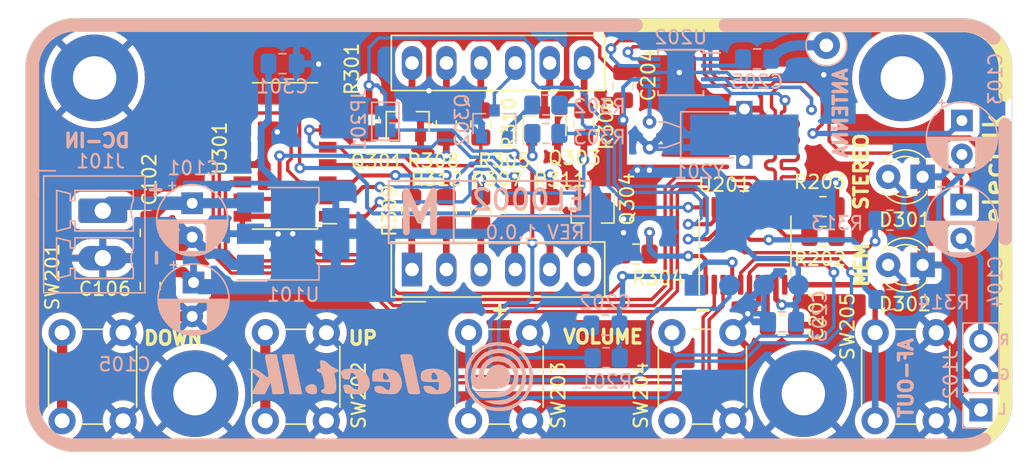
<source format=kicad_pcb>
(kicad_pcb (version 20240108) (generator "pcbnew") (generator_version "8.0")
  (title_block (title "Mini FM Radio Receiver") (date "2020-12-27") (rev "1.0.0") (company "Dilshan R Jayakody (4S6DRJ)") (comment 1 "https://github.com/dilshan/rda5807-fm-radio-module") (comment 2 "jayakody2000lk@gmail.com") (comment 3 "https://jayakody2000lk.blogspot.com"))
  (layers (0 "F.Cu" signal) (31 "B.Cu" signal) (34 "B.Paste" user) (35 "F.Paste" user) (36 "B.SilkS" user "B.Silkscreen") (37 "F.SilkS" user "F.Silkscreen") (38 "B.Mask" user) (39 "F.Mask" user) (44 "Edge.Cuts" user))
  (net 0 "")
  (net 1 "Net-(AE201-Pad1)")
  (net 2 "Net-(C101-Pad1)")
  (net 3 "GND")
  (net 4 "Net-(C103-Pad2)")
  (net 5 "AF-LEFT")
  (net 6 "AF-RIGHT")
  (net 7 "Net-(C104-Pad2)")
  (net 8 "+3V3")
  (net 9 "Net-(C201-Pad1)")
  (net 10 "RESET")
  (net 11 "Net-(C205-Pad1)")
  (net 12 "Net-(D301-Pad2)")
  (net 13 "Net-(D302-Pad2)")
  (net 14 "Net-(J201-Pad2)")
  (net 15 "SSD-SEG1")
  (net 16 "/display-driver/LED-MOD1")
  (net 17 "Net-(Q301-Pad1)")
  (net 18 "/display-driver/LED-MOD2")
  (net 19 "Net-(Q302-Pad1)")
  (net 20 "Net-(Q303-Pad1)")
  (net 21 "/display-driver/LED-MOD3")
  (net 22 "Net-(Q304-Pad1)")
  (net 23 "/display-driver/LED-MOD4")
  (net 24 "/MCU-Radio/SCL")
  (net 25 "/MCU-Radio/SDA")
  (net 26 "SSD-SEG2")
  (net 27 "SSD-SEG3")
  (net 28 "SSD-SEG4")
  (net 29 "/display-driver/LED-A")
  (net 30 "/display-driver/SEG-A")
  (net 31 "/display-driver/SEG-B")
  (net 32 "/display-driver/LED-B")
  (net 33 "/display-driver/LED-C")
  (net 34 "/display-driver/SEG-C")
  (net 35 "/display-driver/SEG-D")
  (net 36 "/display-driver/LED-D")
  (net 37 "/display-driver/LED-E")
  (net 38 "/display-driver/SEG-E")
  (net 39 "/display-driver/SEG-F")
  (net 40 "/display-driver/LED-F")
  (net 41 "/display-driver/SEG-G")
  (net 42 "/display-driver/LED-G")
  (net 43 "/display-driver/LED-DP")
  (net 44 "/display-driver/SEG-DP")
  (net 45 "STEREO-IND")
  (net 46 "PRESET-IND")
  (net 47 "/MCU-Radio/TUNE-UP-BTN")
  (net 48 "/MCU-Radio/TUNE-DOWN-BTN")
  (net 49 "/MCU-Radio/VOL-UP-BTN")
  (net 50 "/MCU-Radio/VOL-DOWN-BTN")
  (net 51 "/MCU-Radio/MEM-MAN-BTN")
  (net 52 "SSD-SERIAL-DATA")
  (net 53 "SSD-LATCH-DATA")
  (net 54 "SSD-SERIAL-CLK")
  (net 55 "Net-(U202-Pad6)")
  (footprint "Capacitor_SMD:C_0805_2012Metric_Pad1.18x1.45mm_HandSolder" (layer "F.Cu") (at 115.8 101.1375 -90)
    (property "Reference" "C102")
    (property "Value" "0.1MFD")
  )
  (footprint "Capacitor_SMD:C_0805_2012Metric_Pad1.18x1.45mm_HandSolder" (layer "F.Cu") (at 115.8 105.0625 -90)
    (property "Reference" "C106")
    (property "Value" "0.1MFD")
  )
  (footprint "Capacitor_SMD:C_0805_2012Metric_Pad1.18x1.45mm_HandSolder" (layer "F.Cu") (at 162.4125 107.95)
    (property "Reference" "C201")
    (property "Value" "1MFD")
  )
  (footprint "Capacitor_SMD:C_0805_2012Metric_Pad1.18x1.45mm_HandSolder" (layer "F.Cu") (at 150.7 90.3125 90)
    (property "Reference" "C204")
    (property "Value" "0.22MFD")
  )
  (footprint "LED_THT:LED_D3.0mm" (layer "F.Cu") (at 172.8 97 180)
    (property "Reference" "D301")
    (property "Value" "RED-3mm")
  )
  (footprint "LED_THT:LED_D3.0mm" (layer "F.Cu") (at 172.8 103.5 180)
    (property "Reference" "D302")
    (property "Value" "GREEN-3mm")
  )
  (footprint "MountingHole:MountingHole_3.2mm_M3_Pad" (layer "F.Cu") (at 111.7 89.7)
    (property "Reference" "H101" (hide yes))
    (property "Value" "M3-Mouting-Hole")
  )
  (footprint "MountingHole:MountingHole_3.2mm_M3_Pad" (layer "F.Cu") (at 164 113)
    (property "Reference" "H102" (hide yes))
    (property "Value" "M3-Mouting-Hole")
  )
  (footprint "MountingHole:MountingHole_3.2mm_M3_Pad" (layer "F.Cu") (at 171.3 89.7)
    (property "Reference" "H103" (hide yes))
    (property "Value" "M3-Mouting-Hole")
  )
  (footprint "MountingHole:MountingHole_3.2mm_M3_Pad" (layer "F.Cu") (at 119.1 113)
    (property "Reference" "H104" (hide yes))
    (property "Value" "M3-Mouting-Hole")
  )
  (footprint "Package_TO_SOT_SMD:SOT-23" (layer "F.Cu") (at 134.8 92.95 90)
    (property "Reference" "Q301")
    (property "Value" "MMBT3904")
  )
  (footprint "Package_TO_SOT_SMD:SOT-23" (layer "F.Cu") (at 144.9 93.25 90)
    (property "Reference" "Q303")
    (property "Value" "MMBT3904")
  )
  (footprint "Package_TO_SOT_SMD:SOT-23" (layer "F.Cu") (at 148.45 99.65 -90)
    (property "Reference" "Q304")
    (property "Value" "MMBT3904")
  )
  (footprint "Resistor_SMD:R_0805_2012Metric_Pad1.20x1.40mm_HandSolder" (layer "F.Cu") (at 165.45 101.4 180)
    (property "Reference" "R202")
    (property "Value" "4.7K")
  )
  (footprint "Resistor_SMD:R_0805_2012Metric_Pad1.20x1.40mm_HandSolder" (layer "F.Cu") (at 165.45 99.2 180)
    (property "Reference" "R203")
    (property "Value" "4.7K")
  )
  (footprint "Resistor_SMD:R_0805_2012Metric_Pad1.20x1.40mm_HandSolder" (layer "F.Cu") (at 131.95 92.8 90)
    (property "Reference" "R301")
    (property "Value" "10K")
  )
  (footprint "Resistor_SMD:R_0805_2012Metric_Pad1.20x1.40mm_HandSolder" (layer "F.Cu") (at 151.65 102.7)
    (property "Reference" "R304")
    (property "Value" "10K")
  )
  (footprint "Resistor_SMD:R_0805_2012Metric_Pad1.20x1.40mm_HandSolder" (layer "F.Cu") (at 147.8 93.1 -90)
    (property "Reference" "R306")
    (property "Value" "330R")
  )
  (footprint "Resistor_SMD:R_0805_2012Metric_Pad1.20x1.40mm_HandSolder" (layer "F.Cu") (at 142.7 99.5 90)
    (property "Reference" "R307")
    (property "Value" "330R")
  )
  (footprint "Resistor_SMD:R_0805_2012Metric_Pad1.20x1.40mm_HandSolder" (layer "F.Cu") (at 137.65 99.5 90)
    (property "Reference" "R308")
    (property "Value" "330R")
  )
  (footprint "Resistor_SMD:R_0805_2012Metric_Pad1.20x1.40mm_HandSolder" (layer "F.Cu") (at 135.1 99.5 90)
    (property "Reference" "R309")
    (property "Value" "330R")
  )
  (footprint "Resistor_SMD:R_0805_2012Metric_Pad1.20x1.40mm_HandSolder" (layer "F.Cu") (at 140.2 93.1 -90)
    (property "Reference" "R310")
    (property "Value" "330R")
  )
  (footprint "Resistor_SMD:R_0805_2012Metric_Pad1.20x1.40mm_HandSolder" (layer "F.Cu") (at 145.3 99.5 90)
    (property "Reference" "R311")
    (property "Value" "330R")
  )
  (footprint "Resistor_SMD:R_0805_2012Metric_Pad1.20x1.40mm_HandSolder" (layer "F.Cu") (at 140.2 99.5 90)
    (property "Reference" "R312")
    (property "Value" "330R")
  )
  (footprint "Button_Switch_THT:SW_PUSH_6mm" (layer "F.Cu") (at 109.3 115 90)
    (property "Reference" "SW201")
    (property "Value" "B3F-1000")
  )
  (footprint "Button_Switch_THT:SW_PUSH_6mm" (layer "F.Cu") (at 169.3 115 90)
    (property "Reference" "SW205")
    (property "Value" "B3F-1000")
  )
  (footprint "Package_SO:TSSOP-20_4.4x6.5mm_P0.65mm" (layer "F.Cu") (at 159.7 102.1 90)
    (property "Reference" "U201")
    (property "Value" "STM8S003F3P")
  )
  (footprint "Package_SO:SOP-16_4.4x10.4mm_P1.27mm" (layer "F.Cu") (at 125.75 95.46 180)
    (property "Reference" "U301")
    (property "Value" "74HC595")
  )
  (footprint "Button_Switch_THT:SW_PUSH_6mm" (layer "F.Cu") (at 154.3 115 90)
    (property "Reference" "SW204")
    (property "Value" "B3F-1000")
  )
  (footprint "Button_Switch_THT:SW_PUSH_6mm" (layer "F.Cu") (at 139.3 115 90)
    (property "Reference" "SW203")
    (property "Value" "B3F-1000")
  )
  (footprint "elect-footprints:CC56-12GWA" (layer "F.Cu") (at 135.12 103.84 90)
    (property "Reference" "U302" (hide yes))
    (property "Value" "CC56-12GWA")
  )
  (footprint "Resistor_SMD:R_0805_2012Metric_Pad1.20x1.40mm_HandSolder" (layer "F.Cu") (at 137.65 93.1 -90)
    (property "Reference" "R305")
    (property "Value" "330R")
  )
  (footprint "Button_Switch_THT:SW_PUSH_6mm" (layer "F.Cu") (at 124.3 115 90)
    (property "Reference" "SW202")
    (property "Value" "B3F-1000")
  )
  (footprint "TestPoint:TestPoint_Loop_D2.50mm_Drill1.0mm" (layer "B.Cu") (at 165.7 87.3)
    (property "Reference" "AE201" (hide yes))
    (property "Value" "ANT-CN")
  )
  (footprint "Capacitor_THT:CP_Radial_D5.0mm_P2.50mm" (layer "B.Cu") (at 118.9 98.95 -90)
    (property "Reference" "C101")
    (property "Value" "47MFD")
  )
  (footprint "Capacitor_THT:CP_Radial_D5.0mm_P2.50mm" (layer "B.Cu") (at 175.7 92.85 -90)
    (property "Reference" "C103")
    (property "Value" "4.7MFD")
  )
  (footprint "Capacitor_THT:CP_Radial_D5.0mm_P2.50mm" (layer "B.Cu") (at 119 104.8 -90)
    (property "Reference" "C105")
    (property "Value" "22MFD")
  )
  (footprint "Capacitor_SMD:C_0805_2012Metric_Pad1.18x1.45mm_HandSolder" (layer "B.Cu") (at 149.3875 107.95 180)
    (property "Reference" "C202")
    (property "Value" "0.1MFD")
  )
  (footprint "Capacitor_SMD:C_0805_2012Metric_Pad1.18x1.45mm_HandSolder" (layer "B.Cu") (at 162.4375 107.7 180)
    (property "Reference" "C203")
    (property "Value" "0.1MFD")
  )
  (footprint "Capacitor_SMD:C_0805_2012Metric_Pad1.18x1.45mm_HandSolder" (layer "B.Cu") (at 160.5875 88.3)
    (property "Reference" "C205")
    (property "Value" "0.001MFD")
  )
  (footprint "Capacitor_SMD:C_0805_2012Metric_Pad1.18x1.45mm_HandSolder" (layer "B.Cu") (at 125.5625 88.65)
    (property "Reference" "C301")
    (property "Value" "0.1MFD")
  )
  (footprint "Connector_Phoenix_MC:PhoenixContact_MCV_1,5_2-G-3.5_1x02_P3.50mm_Vertical" (layer "B.Cu") (at 112.3 99.5 -90)
    (property "Reference" "J101")
    (property "Value" "DC-IN")
  )
  (footprint "elect-footprints:pogo-2.54mmx4" (layer "B.Cu") (at 156.01 105)
    (property "Reference" "J201" (hide yes))
    (property "Value" "ICP")
  )
  (footprint "Jumper:SolderJumper-2_P1.3mm_Bridged_Pad1.0x1.5mm" (layer "B.Cu") (at 133.15 92.9 90)
    (property "Reference" "JP201")
    (property "Value" "ICP")
  )
  (footprint "Package_TO_SOT_SMD:SOT-23" (layer "B.Cu") (at 141.2 93.1 90)
    (property "Reference" "Q302")
    (property "Value" "MMBT3904")
  )
  (footprint "Resistor_SMD:R_0805_2012Metric_Pad1.20x1.40mm_HandSolder" (layer "B.Cu") (at 149.45 110.35)
    (property "Reference" "R201")
    (property "Value" "10K")
  )
  (footprint "Resistor_SMD:R_0805_2012Metric_Pad1.20x1.40mm_HandSolder" (layer "B.Cu") (at 145 91.7)
    (property "Reference" "R302")
    (property "Value" "10K")
  )
  (footprint "Resistor_SMD:R_0805_2012Metric_Pad1.20x1.40mm_HandSolder" (layer "B.Cu") (at 170.4 100.2)
    (property "Reference" "R313")
    (property "Value" "470R")
  )
  (footprint "Resistor_SMD:R_0805_2012Metric_Pad1.20x1.40mm_HandSolder" (layer "B.Cu") (at 170.4 106.05)
    (property "Reference" "R314")
    (property "Value" "330R")
  )
  (footprint "Package_TO_SOT_SMD:SOT-223-3_TabPin2" (layer "B.Cu") (at 126.35 101.2)
    (property "Reference" "U101")
    (property "Value" "AMS1117-3.3")
  )
  (footprint "Package_SO:MSOP-10_3x3mm_P0.5mm" (layer "B.Cu") (at 154.95 89.3 180)
    (property "Reference" "U202")
    (property "Value" "RDA5807M")
  )
  (footprint "Crystal:Crystal_C38-LF_D3.0mm_L8.0mm_Horizontal_1EP_style2" (layer "B.Cu") (at 152.65 92.95 -90)
    (property "Reference" "Y201")
    (property "Value" "32.768kHz")
  )
  (footprint "Connector_PinHeader_2.54mm:PinHeader_1x03_P2.54mm_Vertical" (layer "B.Cu") (at 177.1 114.2)
    (property "Reference" "J102")
    (property "Value" "AF-OUT")
  )
  (footprint "Capacitor_THT:CP_Radial_D5.0mm_P2.50mm" (layer "B.Cu") (at 175.65 99.05 -90)
    (property "Reference" "C104")
    (property "Value" "4.7MFD")
  )
  (footprint "Resistor_SMD:R_0805_2012Metric_Pad1.20x1.40mm_HandSolder" (layer "B.Cu") (at 145 93.8)
    (property "Reference" "R303")
    (property "Value" "10K")
  )
  (footprint "elect-logo:elect-6mm" (layer "B.Cu") (at 133.6 111.7 180)
    (property "Reference" "LG101" (hide yes))
    (property "Value" "LOGO" (hide yes))
  )
  (gr_arc (start 109.9 116.8) (mid 107.917129 115.756075) (end 107.102734 113.668418) (stroke (width 1)) (layer "B.SilkS"))
  (gr_line (start 148.3 97.3) (end 148.3 101.9) (stroke (width 0.15)) (layer "B.SilkS"))
  (gr_line (start 137.1 97.3) (end 148.3 97.3) (stroke (width 0.15)) (layer "B.SilkS"))
  (gr_line (start 178.9 101.55) (end 178.9 93.15) (stroke (width 1)) (layer "B.SilkS"))
  (gr_line (start 109.9 116.8) (end 175.45 116.8) (stroke (width 1)) (layer "B.SilkS"))
  (gr_line (start 158.25 85.8) (end 175.4 85.8) (stroke (width 1)) (layer "B.SilkS"))
  (gr_line (start 133.4 101.9) (end 133.4 97.3) (stroke (width 0.15)) (layer "B.SilkS"))
  (gr_line (start 148.3 101.9) (end 133.4 101.9) (stroke (width 0.15)) (layer "B.SilkS"))
  (gr_line (start 110.25 85.8) (end 151.65 85.8) (stroke (width 1)) (layer "B.SilkS"))
  (gr_line (start 133.4 97.3) (end 137.1 97.3) (stroke (width 0.15)) (layer "B.SilkS"))
  (gr_line (start 107.1 113.5) (end 107.1 88.85) (stroke (width 1)) (layer "B.SilkS"))
  (gr_line (start 138.2 97.3) (end 138.2 101.9) (stroke (width 0.15)) (layer "B.SilkS"))
  (gr_arc (start 175.6 85.8) (mid 176.922929 86.022447) (end 178.05 86.75) (stroke (width 1)) (layer "B.SilkS"))
  (gr_line (start 148.3 99.9) (end 138.2 99.9) (stroke (width 0.15)) (layer "B.SilkS"))
  (gr_arc (start 107.106075 88.582871) (mid 108.15 86.6) (end 110.237657 85.785605) (stroke (width 1)) (layer "B.SilkS"))
  (gr_arc (start 177.35 116.4) (mid 176.556551 116.690391) (end 175.718418 116.797266) (stroke (width 1)) (layer "B.SilkS"))
  (gr_arc (start 107.077298 88.604505) (mid 108.2 86.55) (end 110.414912 85.736469) (stroke (width 1)) (layer "F.SilkS"))
  (gr_arc (start 175.749957 85.817569) (mid 177.837614 86.631965) (end 178.881539 88.614835) (stroke (width 1)) (layer "F.SilkS"))
  (gr_arc (start 110.269196 116.82923) (mid 108.14052 115.988486) (end 107.1 113.95) (stroke (width 1)) (layer "F.SilkS"))
  (gr_line (start 178.9 101.7) (end 178.9 113.7125) (stroke (width 1)) (layer "F.SilkS"))
  (gr_line (start 107.1 88.75) (end 107.1 113.675) (stroke (width 1)) (layer "F.SilkS"))
  (gr_line (start 178.9 88.9) (end 178.9 90.95) (stroke (width 1)) (layer "F.SilkS"))
  (gr_arc (start 178.88488 113.700382) (mid 178.070484 115.788039) (end 176.087614 116.831964) (stroke (width 1)) (layer "F.SilkS"))
  (gr_line (start 110.5 85.8) (end 175.737614 85.831964) (stroke (width 1)) (layer "F.SilkS"))
  (gr_line (start 110.537614 116.831964) (end 176.087614 116.831964) (stroke (width 1)) (layer "F.SilkS"))
  (gr_arc (start 175.75 85.3) (mid 178.33094 86.36906) (end 179.4 88.95) (stroke (width 0.05)) (layer "Edge.Cuts"))
  (gr_arc (start 179.4 113.65) (mid 178.33094 116.23094) (end 175.75 117.3) (stroke (width 0.05)) (layer "Edge.Cuts"))
  (gr_arc (start 110.25 117.3) (mid 107.66906 116.23094) (end 106.6 113.65) (stroke (width 0.05)) (layer "Edge.Cuts"))
  (gr_arc (start 106.6 88.95) (mid 107.66906 86.36906) (end 110.25 85.3) (stroke (width 0.05)) (layer "Edge.Cuts"))
  (gr_line (start 179.4 88.95) (end 179.4 113.65) (stroke (width 0.05)) (layer "Edge.Cuts"))
  (gr_line (start 110.25 85.3) (end 175.75 85.3) (stroke (width 0.05)) (layer "Edge.Cuts"))
  (gr_line (start 106.6 113.65) (end 106.6 88.95) (stroke (width 0.05)) (layer "Edge.Cuts"))
  (gr_line (start 175.75 117.3) (end 110.25 117.3) (stroke (width 0.05)) (layer "Edge.Cuts"))
  (gr_text "M" (at 135.7 99.7 0) (layer "B.SilkS") (effects (font (size 3 3) (thickness 0.5)) (justify mirror)))
  (gr_text "R" (at 178.84 109.04 0) (layer "B.SilkS") (effects (font (size 0.75 0.75)) (justify mirror)))
  (gr_text "G" (at 178.86 111.6 0) (layer "B.SilkS") (effects (font (size 0.75 0.75)) (justify mirror)))
  (gr_text "+" (at 116.2 97.886 0) (layer "B.SilkS") (effects (font (size 1 1) (thickness 0.25)) (justify mirror)))
  (gr_text "AF-OUT" (at 171.572 111.856 90) (layer "B.SilkS") (effects (font (size 1 1) (thickness 0.25)) (justify mirror)))
  (gr_text "-" (at 116.2 102.966 90) (layer "B.SilkS") (effects (font (size 1 1) (thickness 0.25)) (justify mirror)))
  (gr_text "EL0002" (at 143.7 98.7 0) (layer "B.SilkS") (effects (font (size 1.5 1.5) (thickness 0.25)) (justify mirror)))
  (gr_text "L" (at 178.684 114.142 0) (layer "B.SilkS") (effects (font (size 0.75 0.75)) (justify mirror)))
  (gr_text "REV 1.0.0" (at 144.2 101.1 0) (layer "B.SilkS") (effects (font (size 1 1)) (justify mirror)))
  (gr_text "DC-IN" (at 111.882 94.33 0) (layer "B.SilkS") (effects (font (size 1 1) (thickness 0.25)) (justify mirror)))
  (gr_text "ANTENNA" (at 166.746 92.298 90) (layer "B.SilkS") (effects (font (size 1 1) (thickness 0.25)) (justify mirror)))
  (gr_text "MEM" (at 168.3 103.5 90) (layer "F.SilkS") (effects (font (size 1 1) (thickness 0.25))))
  (gr_text "+" (at 141.6 106.776 0) (layer "F.SilkS") (effects (font (size 1 1) (thickness 0.25))))
  (gr_text "STEREO" (at 168.27 96.616 90) (layer "F.SilkS") (effects (font (size 1 1) (thickness 0.25))))
  (gr_text "-" (at 156.586 106.776 0) (layer "F.SilkS") (effects (font (size 1 1) (thickness 0.25))))
  (gr_text "elect.lk" (at 178.1 96.4 90) (layer "F.SilkS") (effects (font (size 1.5 1.5) (thickness 0.25))))
  (gr_text "VOLUME" (at 149.22 108.808 0) (layer "F.SilkS") (effects (font (size 1 1) (thickness 0.25))))
  (gr_text "DOWN" (at 117.5 108.9 0) (layer "F.SilkS") (effects (font (size 1 1) (thickness 0.25))))
  (gr_text "UP" (at 131.5 108.9 0) (layer "F.SilkS") (effects (font (size 1 1) (thickness 0.25))))
  (segment (start 163.270761 87.326129) (end 163.388365 87.311624) (width 0.75) (layer "B.Cu") (net 1))
  (segment (start 163.038393 87.37235) (end 163.15401 87.346387) (width 0.75) (layer "B.Cu") (net 1))
  (segment (start 161.917893 88.007106) (end 161.625 88.3) (width 0.75) (layer "B.Cu") (net 1))
  (segment (start 163.50654 87.302907) (end 163.625 87.3) (width 0.75) (layer "B.Cu") (net 1))
  (segment (start 162.811675 87.441124) (end 162.92419 87.403954) (width 0.75) (layer "B.Cu") (net 1))
  (segment (start 163.15401 87.346387) (end 163.270761 87.326129) (width 0.75) (layer "B.Cu") (net 1))
  (segment (start 162.486947 87.585066) (end 162.59279 87.531789) (width 0.75) (layer "B.Cu") (net 1))
  (segment (start 161.917893 88.007106) (end 162.003712 87.925398) (width 0.75) (layer "B.Cu") (net 1))
  (segment (start 163.625 87.3) (end 165.7 87.3) (width 0.75) (layer "B.Cu") (net 1))
  (segment (start 162.70112 87.48377) (end 162.811675 87.441124) (width 0.75) (layer "B.Cu") (net 1))
  (segment (start 162.383845 87.643472) (end 162.486947 87.585066) (width 0.75) (layer "B.Cu") (net 1))
  (segment (start 163.388365 87.311624) (end 163.50654 87.302907) (width 0.75) (layer "B.Cu") (net 1))
  (segment (start 162.186854 87.775098) (end 162.283734 87.706867) (width 0.75) (layer "B.Cu") (net 1))
  (segment (start 162.093438 87.848) (end 162.186854 87.775098) (width 0.75) (layer "B.Cu") (net 1))
  (segment (start 162.59279 87.531789) (end 162.70112 87.48377) (width 0.75) (layer "B.Cu") (net 1))
  (segment (start 162.003712 87.925398) (end 162.093438 87.848) (width 0.75) (layer "B.Cu") (net 1))
  (segment (start 162.92419 87.403954) (end 163.038393 87.37235) (width 0.75) (layer "B.Cu") (net 1))
  (segment (start 162.283734 87.706867) (end 162.383845 87.643472) (width 0.75) (layer "B.Cu") (net 1))
  (segment (start 115.8 100.1) (end 116.95 98.95) (width 0.75) (layer "F.Cu") (net 2))
  (segment (start 116.95 98.95) (end 118.9 98.95) (width 0.75) (layer "F.Cu") (net 2))
  (segment (start 123.15 98.95) (end 123.2 98.9) (width 0.75) (layer "B.Cu") (net 2))
  (segment (start 118.9 98.95) (end 123.15 98.95) (width 0.75) (layer "B.Cu") (net 2))
  (segment (start 118.9 98.95) (end 112.85 98.95) (width 1) (layer "B.Cu") (net 2))
  (segment (start 112.85 98.95) (end 112.3 99.5) (width 1) (layer "B.Cu") (net 2))
  (segment (start 175.6 111.03) (end 175.6 104.31) (width 0.4) (layer "F.Cu") (net 3))
  (segment (start 128.9 91.01) (end 128.9 89.35) (width 0.4) (layer "F.Cu") (net 3))
  (segment (start 115.8 102.175) (end 118.175 102.175) (width 0.75) (layer "F.Cu") (net 3))
  (segment (start 128.99 86.78) (end 128.23 87.54) (width 0.4) (layer "F.Cu") (net 3))
  (segment (start 163.45 112.45) (end 164 113) (width 0.4) (layer "F.Cu") (net 3))
  (segment (start 146.53 87.29) (end 146.55 87.29) (width 0.25) (layer "F.Cu") (net 3))
  (segment (start 160.675 106.325) (end 159.9 107.1) (width 0.4) (layer "F.Cu") (net 3))
  (segment (start 146.53 87.38) (end 145.96 86.81) (width 0.4) (layer "F.Cu") (net 3))
  (segment (start 122.6 96.1) (end 123.47 96.1) (width 0.3) (layer "F.Cu") (net 3))
  (segment (start 165.51 89.47) (end 166.93 90.89) (width 0.4) (layer "F.Cu") (net 3))
  (segment (start 146.53 90.47) (end 146.53 87.29) (width 0.25) (layer "F.Cu") (net 3))
  (segment (start 172.8 97) (end 172.8 103.5) (width 0.75) (layer "F.Cu") (net 3))
  (segment (start 177.19 95.07) (end 177.19 102.72) (width 0.4) (layer "F.Cu") (net 3))
  (segment (start 145.85 91.15) (end 146.53 90.47) (width 0.4) (layer "F.Cu") (net 3))
  (segment (start 110.31 97.16) (end 111.21 97.16) (width 0.4) (layer "F.Cu") (net 3))
  (segment (start 119.2 88.01) (end 120.1 87.11) (width 0.4) (layer "F.Cu") (net 3))
  (segment (start 146.55 87.29) (end 147.04 86.8) (width 0.25) (layer "F.Cu") (net 3))
  (segment (start 136.37 87.41) (end 136.37 87.4) (width 0.25) (layer "F.Cu") (net 3))
  (segment (start 145.96 86.81) (end 136.96 86.81) (width 0.4) (layer "F.Cu") (net 3))
  (segment (start 128.23 87.54) (end 128.23 88.68) (width 0.4) (layer "F.Cu") (net 3))
  (segment (start 115.8 106.1) (end 110.35 106.1) (width 0.4) (layer "F.Cu") (net 3))
  (segment (start 119.2 96.49) (end 118.53 97.16) (width 0.4) (layer "F.Cu") (net 3))
  (segment (start 111.21 97.16) (end 111.7 96.67) (width 0.4) (layer "F.Cu") (net 3))
  (segment (start 146.53 90.47) (end 146.53 87.38) (width 0.4) (layer "F.Cu") (net 3))
  (segment (start 166.93 93.59) (end 167.48 94.14) (width 0.4) (layer "F.Cu") (net 3))
  (segment (start 177.19 102.72) (end 175.6 104.31) (width 0.4) (layer "F.Cu") (net 3))
  (segment (start 136.97 86.81) (end 136.37 87.41) (width 0.25) (layer "F.Cu") (net 3))
  (segment (start 127.8 87.11) (end 128.23 87.54) (width 0.4) (layer "F.Cu") (net 3))
  (segment (start 147.5 98.65) (end 147.5 97.33) (width 0.5) (layer "F.Cu") (net 3))
  (segment (start 136.37 87.4) (end 136.37 90.65) (width 0.4) (layer "F.Cu") (net 3))
  (segment (start 148.39 86.8) (end 148.98 87.39) (width 0.25) (layer "F.Cu") (net 3))
  (segment (start 124.28 95.29) (end 124.28 94.59) (width 0.3) (layer "F.Cu") (net 3))
  (segment (start 177.1 111.66) (end 176.23 111.66) (width 0.4) (layer "F.Cu") (net 3))
  (segment (start 128.9 89.35) (end 128.23 88.68) (width 0.4) (layer "F.Cu") (net 3))
  (segment (start 145.85 95.68) (end 145.85 94.25) (width 0.5) (layer "F.Cu") (net 3))
  (segment (start 118.175 102.175) (end 118.9 101.45) (width 0.75) (layer "F.Cu") (net 3))
  (segment (start 167.48 94.14) (end 176.26 94.14) (width 0.4) (layer "F.Cu") (net 3))
  (segment (start 147.04 86.8) (end 148.39 86.8) (width 0.25) (layer "F.Cu") (net 3))
  (segment (start 147.5 97.33) (end 145.85 95.68) (width 0.5) (layer "F.Cu") (net 3))
  (segment (start 145.96 86.81) (end 136.97 86.81) (width 0.25) (layer "F.Cu") (net 3))
  (segment (start 154.825 89.275) (end 154.85 89.3) (width 0.75) (layer "F.Cu") (net 3))
  (segment (start 125.18 93.69) (end 124.28 94.59) (width 0.3) (layer "F.Cu") (net 3))
  (segment (start 118.9 107.3) (end 117 107.3) (width 0.75) (layer "F.Cu") (net 3))
  (segment (start 173.8 112.15) (end 172.95 113) (width 0.75) (layer "F.Cu") (net 3))
  (segment (start 176.26 94.14) (end 177.19 95.07) (width 0.4) (layer "F.Cu") (net 3))
  (segment (start 166.93 90.89) (end 166.93 93.59) (width 0.4) (layer "F.Cu") (net 3))
  (segment (start 118.53 97.16) (end 112.19 97.16) (width 0.4) (layer "F.Cu") (net 3))
  (segment (start 120.1 87.11) (end 127.8 87.11) (width 0.4) (layer "F.Cu") (net 3))
  (segment (start 158.8 112.21) (end 158.1 112.91) (width 0.75) (layer "F.Cu") (net 3))
  (segment (start 136.96 86.81) (end 136.37 87.4) (width 0.4) (layer "F.Cu") (net 3))
  (segment (start 146.05 86.81) (end 145.96 86.81) (width 0.25) (layer "F.Cu") (net 3))
  (segment (start 148.98 88.17) (end 148.98 87.39) (width 0.25) (layer "F.Cu") (net 3))
  (segment (start 136.37 87.41) (end 136.37 90.65) (width 0.25) (layer "F.Cu") (net 3))
  (segment (start 160.675 104.9625) (end 160.675 106.325) (width 0.4) (layer "F.Cu") (net 3))
  (segment (start 110.35 106.1) (end 109.17 104.92) (width 0.4) (layer "F.Cu") (net 3))
  (segment (start 145.85 94.25) (end 145.85 91.15) (width 0.4) (layer "F.Cu") (net 3))
  (segment (start 136.37 87.4) (end 135.75 86.78) (width 0.4) (layer "F.Cu") (net 3))
  (segment (start 150.7 89.275) (end 150.085 89.275) (width 0.25) (layer "F.Cu") (net 3))
  (segment (start 112.19 97.16) (end 111.7 96.67) (width 0.4) (layer "F.Cu") (net 3))
  (segment (start 129.58 110.88) (end 143.08 110.88) (width 0.5) (layer "F.Cu") (net 3))
  (segment (start 162 115) (end 164 113) (width 0.5) (layer "F.Cu") (net 3))
  (segment (start 150.7 89.275) (end 154.825 89.275) (width 0.75) (layer "F.Cu") (net 3))
  (segment (start 123.47 96.1) (end 124.28 95.29) (width 0.3) (layer "F.Cu") (net 3))
  (segment (start 119.2 96.49) (end 119.2 88.01) (width 0.4) (layer "F.Cu") (net 3))
  (segment (start 150.085 89.275) (end 148.98 88.17) (width 0.25) (layer "F.Cu") (net 3))
  (segment (start 109.17 104.92) (end 109.17 98.3) (width 0.4) (layer "F.Cu") (net 3))
  (segment (start 115.8 106.1) (end 117 107.3) (width 0.75) (layer "F.Cu") (net 3))
  (segment (start 143.755 114.955) (end 143.8 115) (width 0.5) (layer "F.Cu") (net 3))
  (segment (start 143.72 108.58) (end 143.8 108.5) (width 0.5) (layer "F.Cu") (net 3))
  (segment (start 135.75 86.78) (end 128.99 86.78) (width 0.4) (layer "F.Cu") (net 3))
  (segment (start 146.53 87.29) (end 146.05 86.81) (width 0.25) (layer "F.Cu") (net 3))
  (segment (start 176.23 111.66) (end 175.6 111.03) (width 0.4) (layer "F.Cu") (net 3))
  (segment (start 109.17 98.3) (end 110.31 97.16) (width 0.4) (layer "F.Cu") (net 3))
  (via (at 154.85 89.3) (size 0.8) (drill 0.4) (layers "F.Cu" "B.Cu") (net 3))
  (via (at 128.23 88.68) (size 0.8) (drill 0.4) (layers "F.Cu" "B.Cu") (net 3))
  (via (at 136.37 90.65) (size 0.8) (drill 0.4) (layers "F.Cu" "B.Cu") (net 3))
  (via (at 125.18 93.69) (size 0.8) (drill 0.4) (layers "F.Cu" "B.Cu") (net 3))
  (via (at 165.51 89.47) (size 0.8) (drill 0.4) (layers "F.Cu" "B.Cu") (net 3))
  (via (at 159.9 107.1) (size 0.8) (drill 0.4) (layers "F.Cu" "B.Cu") (net 3))
  (segment (start 119.699999 106.500001) (end 118.9 107.3) (width 0.75) (layer "B.Cu") (net 3))
  (segment (start 154.85 89.3) (end 154.85 93.35) (width 0.5) (layer "B.Cu") (net 3))
  (segment (start 123.2 103.5) (end 121.88 103.5) (width 0.75) (layer "B.Cu") (net 3))
  (segment (start 152.75 89.3) (end 152.8 89.3) (width 0.25) (layer "B.Cu") (net 3))
  (segment (start 144.35 107.95) (end 143.8 108.5) (width 0.4) (layer "B.Cu") (net 3))
  (segment (start 159.65 92) (end 159.65 95.8) (width 0.5) (layer "B.Cu") (net 3))
  (segment (start 161.09 105) (end 161.09 107.39) (width 0.4) (layer "B.Cu") (net 3))
  (segment (start 160.8 107.1) (end 161.4 107.7) (width 0.4) (layer "B.Cu") (net 3))
  (segment (start 157.15 88.3) (end 155.2 88.3) (width 0.25) (layer "B.Cu") (net 3))
  (segment (start 116.25 103) (end 112.3 103) (width 0.75) (layer "B.Cu") (net 3))
  (segment (start 152.65 94.85) (end 158.7 94.85) (width 0.5) (layer "B.Cu") (net 3))
  (segment (start 136.37 92.45) (end 136.37 90.65) (width 0.4) (layer "B.Cu") (net 3))
  (segment (start 120.12 102.67) (end 121.05 102.67) (width 0.75) (layer "B.Cu") (net 3))
  (segment (start 152.8 89.3) (end 154.85 89.3) (width 0.25) (layer "B.Cu") (net 3))
  (segment (start 140.25 94.02) (end 139.16 92.93) (width 0.4) (layer "B.Cu") (net 3))
  (segment (start 136.85 92.93) (end 136.37 92.45) (width 0.4) (layer "B.Cu") (net 3))
  (segment (start 157.15 89.3) (end 158.38142 89.3) (width 0.25) (layer "B.Cu") (net 3))
  (segment (start 139.16 92.93) (end 136.85 92.93) (width 0.4) (layer "B.Cu") (net 3))
  (segment (start 116.8 103.55) (end 116.25 103) (width 0.75) (layer "B.Cu") (net 3))
  (segment (start 126.6 92.27) (end 125.18 93.69) (width 0.5) (layer "B.Cu") (net 3))
  (segment (start 126.6 88.65) (end 126.6 92.27) (width 0.5) (layer "B.Cu") (net 3))
  (segment (start 158.90142 89.82) (end 165.16 89.82) (width 0.25) (layer "B.Cu") (net 3))
  (segment (start 116.8 106.45) (end 116.8 103.55) (width 0.75) (layer "B.Cu") (net 3))
  (segment (start 121.88 103.5) (end 121.05 102.67) (width 0.75) (layer "B.Cu") (net 3))
  (segment (start 126.800001 106.500001) (end 119.699999 106.500001) (width 0.75) (layer "B.Cu") (net 3))
  (segment (start 140.25 94.1) (end 140.25 94.02) (width 0.4) (layer "B.Cu") (net 3))
  (segment (start 128.2 88.65) (end 128.23 88.68) (width 0.5) (layer "B.Cu") (net 3))
  (segment (start 159.9 107.1) (end 160.8 107.1) (width 0.4) (layer "B.Cu") (net 3))
  (segment (start 154.85 89.1) (end 154.85 89.3) (width 0.25) (layer "B.Cu") (net 3))
  (segment (start 158.38142 89.3) (end 158.90142 89.82) (width 0.25) (layer "B.Cu") (net 3))
  (segment (start 158.7 94.85) (end 159.65 93.9) (width 0.5) (layer "B.Cu") (net 3))
  (segment (start 154.85 89.1) (end 154.85 93.35) (width 0.25) (layer "B.Cu") (net 3))
  (segment (start 155.2 88.3) (end 154.85 88.65) (width 0.25) (layer "B.Cu") (net 3))
  (segment (start 161.09 107.39) (end 161.4 107.7) (width 0.4) (layer "B.Cu") (net 3))
  (segment (start 155.4 93.9) (end 159.65 93.9) (width 0.5) (layer "B.Cu") (net 3))
  (segment (start 154.85 93.35) (end 155.4 93.9) (width 0.5) (layer "B.Cu") (net 3))
  (segment (start 128.8 108.5) (end 126.800001 106.500001) (width 0.75) (layer "B.Cu") (net 3))
  (segment (start 118.9 101.45) (end 115.95 101.45) (width 1) (layer "B.Cu") (net 3))
  (segment (start 154.85 89.3) (end 157.15 89.3) (width 0.25) (layer "B.Cu") (net 3))
  (segment (start 118.9 112.8) (end 119.1 113) (width 0.75) (layer "B.Cu") (net 3))
  (segment (start 154.85 88.65) (end 154.85 89.1) (width 0.25) (layer "B.Cu") (net 3))
  (segment (start 165.16 89.82) (end 165.51 89.47) (width 0.25) (layer "B.Cu") (net 3))
  (segment (start 118.9 101.45) (end 120.12 102.67) (width 0.75) (layer "B.Cu") (net 3))
  (segment (start 175.7 96.485002) (end 175.7 95.35) (width 0.4) (layer "B.Cu") (net 4))
  (segment (start 175.55 103.6) (end 174 102.05) (width 0.4) (layer "B.Cu") (net 4))
  (segment (start 175.7 96.78) (end 175.7 95.35) (width 0.4) (layer "B.Cu") (net 4))
  (segment (start 174 98.48) (end 175.7 96.78) (width 0.4) (layer "B.Cu") (net 4))
  (segment (start 176.55 114.2) (end 175.55 113.2) (width 0.4) (layer "B.Cu") (net 4))
  (segment (start 175.55 113.2) (end 175.55 103.6) (width 0.4) (layer "B.Cu") (net 4))
  (segment (start 174 102.05) (end 174 98.48) (width 0.4) (layer "B.Cu") (net 4))
  (segment (start 177.1 114.2) (end 176.55 114.2) (width 0.4) (layer "B.Cu") (net 4))
  (segment (start 156.69999 87.8864) (end 156.699991 89.436401) (width 0.25) (layer "F.Cu") (net 5))
  (segment (start 155.7 87.40001) (end 156.2136 87.40001) (width 0.25) (layer "F.Cu") (net 5))
  (segment (start 165.4 93.1) (end 164.7 93.8) (width 0.25) (layer "F.Cu") (net 5))
  (segment (start 156.699991 89.436401) (end 157.5136 90.25001) (width 0.25) (layer "F.Cu") (net 5))
  (segment (start 161.9136 89.94999) (end 164.19999 89.94999) (width 0.25) (layer "F.Cu") (net 5))
  (segment (start 164.19999 89.94999) (end 165.4 91.15) (width 0.25) (layer "F.Cu") (net 5))
  (segment (start 165.4 91.15) (end 165.4 93.1) (width 0.25) (layer "F.Cu") (net 5))
  (segment (start 151.44999 87.40001) (end 155.7 87.40001) (width 0.25) (layer "F.Cu") (net 5))
  (segment (start 160.35 90.25001) (end 161.61358 90.25001) (width 0.25) (layer "F.Cu") (net 5))
  (segment (start 161.61358 90.25001) (end 161.9136 89.94999) (width 0.25) (layer "F.Cu") (net 5))
  (segment (start 151.05 87.8) (end 151.44999 87.40001) (width 0.25) (layer "F.Cu") (net 5))
  (segment (start 156.2136 87.40001) (end 156.69999 87.8864) (width 0.25) (layer "F.Cu") (net 5))
  (segment (start 157.5136 90.25001) (end 160.35 90.25001) (width 0.25) (layer "F.Cu") (net 5))
  (via (at 164.7 93.8) (size 0.8) (drill 0.4) (layers "F.Cu" "B.Cu") (net 5))
  (via (at 151.05 87.8) (size 0.8) (drill 0.4) (layers "F.Cu" "B.Cu") (net 5))
  (segment (start 152.75 88.3) (end 151.4 88.3) (width 0.25) (layer "B.Cu") (net 5))
  (segment (start 151.05 87.95) (end 151.05 87.8) (width 0.25) (layer "B.Cu") (net 5))
  (segment (start 151.4 88.3) (end 151.05 87.95) (width 0.25) (layer "B.Cu") (net 5))
  (segment (start 174.75 93.8) (end 175.7 92.85) (width 0.4) (layer "B.Cu") (net 5))
  (segment (start 164.7 93.8) (end 174.75 93.8) (width 0.4) (layer "B.Cu") (net 5))
  (segment (start 165.9 91.386392) (end 165.9 94.35) (width 0.25) (layer "F.Cu") (net 6))
  (segment (start 149.8 87.55) (end 150.4 86.95) (width 0.25) (layer "F.Cu") (net 6))
  (segment (start 165.850009 91.336401) (end 165.9 91.386392) (width 0.25) (layer "F.Cu") (net 6))
  (segment (start 173.7 95.25) (end 175.65 97.2) (width 0.25) (layer "F.Cu") (net 6))
  (segment (start 161.47718 89.75) (end 161.7272 89.49998) (width 0.25) (layer "F.Cu") (net 6))
  (segment (start 166.8 95.25) (end 173.7 95.25) (width 0.25) (layer "F.Cu") (net 6))
  (segment (start 149.8 87.55) (end 149.8 87.25) (width 0.25) (layer "F.Cu") (net 6))
  (segment (start 157.15 87.7) (end 157.15 89.25) (width 0.25) (layer "F.Cu") (net 6))
  (segment (start 157.75 89.75) (end 161.47718 89.75) (width 0.25) (layer "F.Cu") (net 6))
  (segment (start 175.65 97.2) (end 175.65 99.05) (width 0.25) (layer "F.Cu") (net 6))
  (segment (start 150.4 86.95) (end 156.4 86.95) (width 0.25) (layer "F.Cu") (net 6))
  (segment (start 161.7272 89.49998) (end 164.386391 89.499981) (width 0.25) (layer "F.Cu") (net 6))
  (segment (start 165.9 94.35) (end 166.8 95.25) (width 0.25) (layer "F.Cu") (net 6))
  (segment (start 156.4 86.95) (end 157.15 87.7) (width 0.25) (layer "F.Cu") (net 6))
  (segment (start 164.386391 89.499981) (end 165.850009 90.963599) (width 0.25) (layer "F.Cu") (net 6))
  (segment (start 165.850009 90.963599) (end 165.850009 91.336401) (width 0.25) (layer "F.Cu") (net 6))
  (segment (start 157.15 89.25) (end 157.7 89.8) (width 0.25) (layer "F.Cu") (net 6))
  (segment (start 157.7 89.8) (end 157.75 89.75) (width 0.25) (layer "F.Cu") (net 6))
  (via (at 149.8 87.55) (size 0.8) (drill 0.4) (layers "F.Cu" "B.Cu") (net 6))
  (segment (start 150.45 88.8) (end 149.8 88.15) (width 0.25) (layer "B.Cu") (net 6))
  (segment (start 152.75 88.8) (end 150.45 88.8) (width 0.25) (layer "B.Cu") (net 6))
  (segment (start 149.8 88.15) (end 149.8 87.55) (width 0.25) (layer "B.Cu") (net 6))
  (segment (start 177.1 103) (end 175.65 101.55) (width 0.4) (layer "B.Cu") (net 7))
  (segment (start 177.1 109.12) (end 177.1 103) (width 0.4) (layer "B.Cu") (net 7))
  (segment (start 150.73 92.83) (end 150.7 92.8) (width 0.5) (layer "F.Cu") (net 8))
  (segment (start 122.6 99.91) (end 125.03 99.91) (width 0.4) (layer "F.Cu") (net 8))
  (segment (start 150.73 101.12) (end 150.73 92.83) (width 0.5) (layer "F.Cu") (net 8))
  (segment (start 151.75 96.51) (end 152.64 96.51) (width 0.5) (layer "F.Cu") (net 8))
  (segment (start 125.03 99.91) (end 126.32 101.2) (width 0.4) (layer "F.Cu") (net 8))
  (segment (start 150.7 92.8) (end 150.7 100.09) (width 0.25) (layer "F.Cu") (net 8))
  (segment (start 119 104.8) (end 118.225 104.025) (width 0.75) (layer "F.Cu") (net 8))
  (segment (start 166.45 99.2) (end 166.45 97.5) (width 0.25) (layer "F.Cu") (net 8))
  (segment (start 161.975 106.025) (end 162.4 106.45) (width 0.4) (layer "F.Cu") (net 8))
  (segment (start 123.15 101.22) (end 122.6 100.67) (width 0.4) (layer "F.Cu") (net 8))
  (segment (start 151.75 96.51) (end 151.75 99.1) (width 0.5) (layer "F.Cu") (net 8))
  (segment (start 122.6 100.67) (end 122.6 99.91) (width 0.4) (layer "F.Cu") (net 8))
  (segment (start 161.975 104.9625) (end 161.975 106.025) (width 0.4) (layer "F.Cu") (net 8))
  (segment (start 150.7 100.09) (end 150.73 100.12) (width 0.25) (layer "F.Cu") (net 8))
  (segment (start 166.4 97.45) (end 166.4 101.35) (width 0.5) (layer "F.Cu") (net 8))
  (segment (start 150.7 91.35) (end 150.7 92.8) (width 0.4) (layer "F.Cu") (net 8))
  (segment (start 166.45 101.4) (end 166.45 99.2) (width 0.25) (layer "F.Cu") (net 8))
  (segment (start 166.45 97.5) (end 166.4 97.45) (width 0.25) (layer "F.Cu") (net 8))
  (segment (start 118.225 104.025) (end 115.8 104.025) (width 0.75) (layer "F.Cu") (net 8))
  (segment (start 151.75 99.1) (end 150.73 100.12) (width 0.5) (layer "F.Cu") (net 8))
  (segment (start 166.4 101.35) (end 166.45 101.4) (width 0.5) (layer "F.Cu") (net 8))
  (segment (start 125.24 101.22) (end 123.15 101.22) (width 0.4) (layer "F.Cu") (net 8))
  (via (at 166.4 97.45) (size 0.8) (drill 0.4) (layers "F.Cu" "B.Cu") (net 8))
  (via (at 126.32 101.2) (size 0.8) (drill 0.4) (layers "F.Cu" "B.Cu") (net 8))
  (via (at 150.73 101.12) (size 0.8) (drill 0.4) (layers "F.Cu" "B.Cu") (net 8))
  (via (at 150.7 92.8) (size 0.8) (drill 0.4) (layers "F.Cu" "B.Cu") (net 8))
  (via (at 125.24 101.22) (size 0.8) (drill 0.4) (layers "F.Cu" "B.Cu") (net 8))
  (via (at 162.4 106.45) (size 0.8) (drill 0.4) (layers "F.Cu" "B.Cu") (net 8))
  (via (at 151.75 96.51) (size 0.8) (drill 0.4) (layers "F.Cu" "B.Cu") (net 8))
  (via (at 150.73 100.12) (size 0.8) (drill 0.4) (layers "F.Cu" "B.Cu") (net 8))
  (via (at 152.64 96.51) (size 0.8) (drill 0.4) (layers "F.Cu" "B.Cu") (net 8))
  (segment (start 125.62 101) (end 125.42 101.2) (width 0.5) (layer "B.Cu") (net 8))
  (segment (start 144.63 106.34) (end 144.14 106.83) (width 0.25) (layer "B.Cu") (net 8))
  (segment (start 142.36 106.83) (end 141.52 107.67) (width 0.25) (layer "B.Cu") (net 8))
  (segment (start 163.475 107.7) (end 163.475 106.675) (width 0.4) (layer "B.Cu") (net 8))
  (segment (start 123.99 96.26) (end 125.62 97.89) (width 0.5) (layer "B.Cu") (net 8))
  (segment (start 142.33 110.35) (end 148.45 110.35) (width 0.25) (layer "B.Cu") (net 8))
  (segment (start 149.54 105.49) (end 148.69 106.34) (width 0.25) (layer "B.Cu") (net 8))
  (segment (start 163.63 105) (end 163.63 103.74) (width 0.4) (layer "B.Cu") (net 8))
  (segment (start 162.4 106.45) (end 163.25 106.45) (width 0.4) (layer "B.Cu") (net 8))
  (segment (start 163.63 105) (end 163.63 106.07) (width 0.4) (layer "B.Cu") (net 8))
  (segment (start 129.5 101.2) (end 126.32 101.2) (width 0.25) (layer "B.Cu") (net 8))
  (segment (start 150.7 90.41) (end 151.285001 89.824999) (width 0.3) (layer "B.Cu") (net 8))
  (segment (start 141.84 100.12) (end 150.73 100.12) (width 0.75) (layer "B.Cu") (net 8))
  (segment (start 159.62 98.5) (end 159.62 98.46) (width 0.4) (layer "B.Cu") (net 8))
  (segment (start 163.63 103.74) (end 162.92 103.03) (width 0.4) (layer "B.Cu") (net 8))
  (segment (start 151.744999 89.824999) (end 151.769998 89.8) (width 0.3) (layer "B.Cu") (net 8))
  (segment (start 125.62 97.89) (end 125.62 101) (width 0.5) (layer "B.Cu") (net 8))
  (segment (start 151.285001 89.824999) (end 151.744999 89.824999) (width 0.3) (layer "B.Cu") (net 8))
  (segment (start 141.52 107.67) (end 141.52 109.54) (width 0.25) (layer "B.Cu") (net 8))
  (segment (start 119 104.8) (end 119.495 105.295) (width 0.75) (layer "B.Cu") (net 8))
  (segment (start 144.14 106.83) (end 142.36 106.83) (width 0.25) (layer "B.Cu") (net 8))
  (segment (start 141.52 109.54) (end 142.33 110.35) (width 0.25) (layer "B.Cu") (net 8))
  (segment (start 123.99 93.38) (end 123.99 96.26) (width 0.5) (layer "B.Cu") (net 8))
  (segment (start 124.525 92.845) (end 123.99 93.38) (width 0.5) (layer "B.Cu") (net 8))
  (segment (start 162.92 103.03) (end 160.52 103.03) (width 0.4) (layer "B.Cu") (net 8))
  (segment (start 126.32 101.2) (end 125.62 100.5) (width 0.25) (layer "B.Cu") (net 8))
  (segment (start 129.5 104.4) (end 128.605 105.295) (width 0.75) (layer "B.Cu") (net 8))
  (segment (start 124.525 88.65) (end 124.525 92.845) (width 0.5) (layer "B.Cu") (net 8))
  (segment (start 150.73 101.12) (end 150.73 102.74) (width 0.25) (layer "B.Cu") (net 8))
  (segment (start 129.5 101.2) (end 129.5 104.4) (width 0.75) (layer "B.Cu") (net 8))
  (segment (start 163.475 106.675) (end 163.25 106.45) (width 0.4) (layer "B.Cu") (net 8))
  (segment (start 157.63 96.51) (end 151.75 96.51) (width 0.4) (layer "B.Cu") (net 8))
  (segment (start 140.76 101.2) (end 141.84 100.12) (width 0.75) (layer "B.Cu") (net 8))
  (segment (start 159.62 98.46) (end 160.63 97.45) (width 0.4) (layer "B.Cu") (net 8))
  (segment (start 125.62 97.89) (end 125.62 100.5) (width 0.25) (layer "B.Cu") (net 8))
  (segment (start 160.52 103.03) (end 159.62 102.13) (width 0.4) (layer "B.Cu") (net 8))
  (segment (start 160.63 97.45) (end 166.4 97.45) (width 0.4) (layer "B.Cu") (net 8))
  (segment (start 125.24 101.22) (end 126.3 101.22) (width 0.25) (layer "B.Cu") (net 8))
  (segment (start 150.73 102.74) (end 149.54 103.93) (width 0.25) (layer "B.Cu") (net 8))
  (segment (start 159.62 98.5) (end 157.63 96.51) (width 0.4) (layer "B.Cu") (net 8))
  (segment (start 159.62 102.13) (end 159.62 98.5) (width 0.4) (layer "B.Cu") (net 8))
  (segment (start 150.7 92.8) (end 150.7 90.41) (width 0.3) (layer "B.Cu") (net 8))
  (segment (start 149.54 103.93) (end 149.54 105.49) (width 0.25) (layer "B.Cu") (net 8))
  (segment (start 150.73 100.12) (end 150.73 101.12) (width 0.75) (layer "B.Cu") (net 8))
  (segment (start 129.5 101.2) (end 140.76 101.2) (width 0.75) (layer "B.Cu") (net 8))
  (segment (start 123.2 101.2) (end 124.92 101.2) (width 0.25) (layer "B.Cu") (net 8))
  (segment (start 123.2 101.2) (end 125.42 101.2) (width 1) (layer "B.Cu") (net 8))
  (segment (start 125.42 101.2) (end 129.5 101.2) (width 1) (layer "B.Cu") (net 8))
  (segment (start 163.63 106.07) (end 163.25 106.45) (width 0.4) (layer "B.Cu") (net 8))
  (segment (start 151.769998 89.8) (end 152.75 89.8) (width 0.3) (layer "B.Cu") (net 8))
  (segment (start 119.495 105.295) (end 128.605 105.295) (width 0.75) (layer "B.Cu") (net 8))
  (segment (start 148.69 106.34) (end 144.63 106.34) (width 0.25) (layer "B.Cu") (net 8))
  (segment (start 126.3 101.22) (end 126.32 101.2) (width 0.25) (layer "B.Cu") (net 8))
  (segment (start 161.325 107.9) (end 161.375 107.95) (width 0.4) (layer "F.Cu") (net 9))
  (segment (start 161.325 104.9625) (end 161.325 107.9) (width 0.4) (layer "F.Cu") (net 9))
  (segment (start 127.17 97.38) (end 126.806998 97.38) (width 0.25) (layer "F.Cu") (net 10))
  (segment (start 126.2 93) (end 125.49 92.29) (width 0.25) (layer "F.Cu") (net 10))
  (segment (start 127.56 97.77) (end 127.17 97.38) (width 0.25) (layer "F.Cu") (net 10))
  (segment (start 126.2 95.673002) (end 126.2 93) (width 0.25) (layer "F.Cu") (net 10))
  (segment (start 125.95 95.923002) (end 126.2 95.673002) (width 0.25) (layer "F.Cu") (net 10))
  (segment (start 133.60003 105.10003) (end 133.600029 104.090799) (width 0.25) (layer "F.Cu") (net 10))
  (segment (start 134.1 105.6) (end 133.60003 105.10003) (width 0.25) (layer "F.Cu") (net 10))
  (segment (start 158.75 104.9375) (end 158.725 104.9625) (width 0.3) (layer "F.Cu") (net 10))
  (segment (start 133.600029 104.090799) (end 132.259223 102.749993) (width 0.25) (layer "F.Cu") (net 10))
  (segment (start 150.65 104.75) (end 149.8 105.6) (width 0.25) (layer "F.Cu") (net 10))
  (segment (start 149.8 105.6) (end 134.1 105.6) (width 0.25) (layer "F.Cu") (net 10))
  (segment (start 125.95 96.523002) (end 125.95 95.923002) (width 0.25) (layer "F.Cu") (net 10))
  (segment (start 158.75 103.3) (end 158.75 104.9375) (width 0.3) (layer "F.Cu") (net 10))
  (segment (start 150.65 104.35) (end 150.65 104.75) (width 0.25) (layer "F.Cu") (net 10))
  (segment (start 126.806998 97.38) (end 125.95 96.523002) (width 0.25) (layer "F.Cu") (net 10))
  (segment (start 132.259223 102.749993) (end 128.269993 102.749993) (width 0.25) (layer "F.Cu") (net 10))
  (segment (start 127.56 102.04) (end 127.56 97.77) (width 0.25) (layer "F.Cu") (net 10))
  (segment (start 125.49 92.29) (end 122.6 92.29) (width 0.25) (layer "F.Cu") (net 10))
  (segment (start 128.269993 102.749993) (end 127.56 102.04) (width 0.25) (layer "F.Cu") (net 10))
  (via (at 150.65 104.35) (size 0.8) (drill 0.4) (layers "F.Cu" "B.Cu") (net 10))
  (via (at 158.75 103.3) (size 0.8) (drill 0.4) (layers "F.Cu" "B.Cu") (net 10))
  (segment (start 156.82 103.3) (end 156.01 104.11) (width 0.4) (layer "B.Cu") (net 10))
  (segment (start 150.65 104.35) (end 155.36 104.35) (width 0.4) (layer "B.Cu") (net 10))
  (segment (start 156.01 105) (end 156.01 104.11) (width 0.4) (layer "B.Cu") (net 10))
  (segment (start 150.425 106.625) (end 150.425 110.325) (width 0.4) (layer "B.Cu") (net 10))
  (segment (start 150.425 106.625) (end 150.425 107.95) (width 0.25) (layer "B.Cu") (net 10))
  (segment (start 150.65 104.35) (end 150.65 106.4) (width 0.4) (layer "B.Cu") (net 10))
  (segment (start 150.65 106.4) (end 150.425 106.625) (width 0.4) (layer "B.Cu") (net 10))
  (segment (start 150.425 110.325) (end 150.45 110.35) (width 0.4) (layer "B.Cu") (net 10))
  (segment (start 158.75 103.3) (end 156.82 103.3) (width 0.4) (layer "B.Cu") (net 10))
  (segment (start 150.425 107.95) (end 150.425 110.325) (width 0.25) (layer "B.Cu") (net 10))
  (segment (start 155.36 104.35) (end 156.01 105) (width 0.4) (layer "B.Cu") (net 10))
  (segment (start 159.05 88.8) (end 159.55 88.3) (width 0.3) (layer "B.Cu") (net 11))
  (segment (start 157.15 88.8) (end 159.05 88.8) (width 0.3) (layer "B.Cu") (net 11))
  (segment (start 171.4 98.14) (end 171.4 98.85) (width 0.4) (layer "B.Cu") (net 12))
  (segment (start 170.26 97) (end 171.4 98.14) (width 0.4) (layer "B.Cu") (net 12))
  (segment (start 171.4 98.85) (end 171.4 100.2) (width 0.4) (layer "B.Cu") (net 12))
  (segment (start 171.4 106.05) (end 171.4 104.64) (width 0.4) (layer "B.Cu") (net 13))
  (segment (start 171.4 104.64) (end 170.26 103.5) (width 0.4) (layer "B.Cu") (net 13))
  (segment (start 144 96.560002) (end 142.764998 95.325) (width 0.3) (layer "F.Cu") (net 14))
  (segment (start 144 101.9) (end 144 96.560002) (width 0.3) (layer "F.Cu") (net 14))
  (segment (start 142.764998 95.325) (end 142.65 95.325) (width 0.3) (layer "F.Cu") (net 14))
  (via (at 142.65 95.325) (size 0.8) (drill 0.4) (layers "F.Cu" "B.Cu") (net 14))
  (via (at 144 101.9) (size 0.8) (drill 0.4) (layers "F.Cu" "B.Cu") (net 14))
  (segment (start 140.9 111) (end 140.9 107.618236) (width 0.3) (layer "B.Cu") (net 14))
  (segment (start 143.59 106.31) (end 142.208236 106.31) (width 0.3) (layer "B.Cu") (net 14))
  (segment (start 141.9 112) (end 140.9 111) (width 0.3) (layer "B.Cu") (net 14))
  (segment (start 152.55 107.45) (end 152.55 110.99) (width 0.3) (layer "B.Cu") (net 14))
  (segment (start 133.15 93.55) (end 138.08641 93.55) (width 0.25) (layer "B.Cu") (net 14))
  (segment (start 140.9 107.618236) (end 140.9 107.65359) (width 0.3) (layer "B.Cu") (net 14))
  (segment (start 151.54 112) (end 141.9 112) (width 0.3) (layer "B.Cu") (net 14))
  (segment (start 153.25 106.75) (end 152.55 107.45) (width 0.3) (layer "B.Cu") (net 14))
  (segment (start 158.55 105.87) (end 157.67 106.75) (width 0.3) (layer "B.Cu") (net 14))
  (segment (start 139.636379 95.099969) (end 142.424969 95.099969) (width 0.25) (layer "B.Cu") (net 14))
  (segment (start 144 101.9) (end 144 105.9) (width 0.3) (layer "B.Cu") (net 14))
  (segment (start 152.55 110.99) (end 151.54 112) (width 0.3) (layer "B.Cu") (net 14))
  (segment (start 142.208236 106.31) (end 140.9 107.618236) (width 0.3) (layer "B.Cu") (net 14))
  (segment (start 158.55 105) (end 158.55 105.87) (width 0.3) (layer "B.Cu") (net 14))
  (segment (start 144 105.9) (end 143.59 106.31) (width 0.3) (layer "B.Cu") (net 14))
  (segment (start 142.424969 95.099969) (end 142.65 95.325) (width 0.25) (layer "B.Cu") (net 14))
  (segment (start 138.08641 93.55) (end 139.636379 95.099969) (width 0.25) (layer "B.Cu") (net 14))
  (segment (start 157.67 106.75) (end 153.25 106.75) (width 0.3) (layer "B.Cu") (net 14))
  (segment (start 157 101.6) (end 158.075 100.525) (width 0.3) (layer "F.Cu") (net 15))
  (segment (start 158.075 99.2375) (end 158.075 100.525) (width 0.3) (layer "F.Cu") (net 15))
  (segment (start 155.5 101.6) (end 157 101.6) (width 0.3) (layer "F.Cu") (net 15))
  (segment (start 131.95 90.25) (end 131.95 91.8) (width 0.5) (layer "F.Cu") (net 15))
  (segment (start 157 101.6) (end 155.55 101.6) (width 0.25) (layer "F.Cu") (net 15))
  (via (at 155.5 101.6) (size 0.8) (drill 0.4) (layers "F.Cu" "B.Cu") (net 15))
  (via (at 131.95 90.25) (size 0.8) (drill 0.4) (layers "F.Cu" "B.Cu") (net 15))
  (segment (start 155.55 101.6) (end 156.4 101.6) (width 0.25) (layer "B.Cu") (net 15))
  (segment (start 148 91.57718) (end 148 91.05) (width 0.25) (layer "B.Cu") (net 15))
  (segment (start 131.95 90.25) (end 132.56 90.25) (width 0.3) (layer "B.Cu") (net 15))
  (segment (start 150.89999 97.69999) (end 150.50001 97.30001) (width 0.25) (layer "B.Cu") (net 15))
  (segment (start 148 91.05) (end 147.35 90.4) (width 0.25) (layer "B.Cu") (net 15))
  (segment (start 143.35 86.75) (end 132.65 86.75) (width 0.25) (layer "B.Cu") (net 15))
  (segment (start 144.05 90) (end 144.05 87.45) (width 0.25) (layer "B.Cu") (net 15))
  (segment (start 156.4 101.6) (end 156.90001 101.09999) (width 0.25) (layer "B.Cu") (net 15))
  (segment (start 133.15 90.84) (end 133.15 92.25) (width 0.3) (layer "B.Cu") (net 15))
  (segment (start 150.500009 94.077189) (end 148 91.57718) (width 0.25) (layer "B.Cu") (net 15))
  (segment (start 144.45 90.4) (end 144.05 90) (width 0.25) (layer "B.Cu") (net 15))
  (segment (start 132.65 86.75) (end 131.95 87.45) (width 0.25) (layer "B.Cu") (net 15))
  (segment (start 147.35 90.4) (end 144.45 90.4) (width 0.25) (layer "B.Cu") (net 15))
  (segment (start 131.95 87.45) (end 131.95 90.25) (width 0.25) (layer "B.Cu") (net 15))
  (segment (start 156.900009 98.563599) (end 156.0364 97.69999) (width 0.25) (layer "B.Cu") (net 15))
  (segment (start 132.56 90.25) (end 133.15 90.84) (width 0.3) (layer "B.Cu") (net 15))
  (segment (start 156.90001 101.09999) (end 156.900009 98.563599) (width 0.25) (layer "B.Cu") (net 15))
  (segment (start 150.50001 97.30001) (end 150.500009 94.077189) (width 0.25) (layer "B.Cu") (net 15))
  (segment (start 144.05 87.45) (end 143.35 86.75) (width 0.25) (layer "B.Cu") (net 15))
  (segment (start 156.0364 97.69999) (end 150.89999 97.69999) (width 0.25) (layer "B.Cu") (net 15))
  (segment (start 135.12 90.38) (end 134.8 90.7) (width 0.5) (layer "F.Cu") (net 16))
  (segment (start 135.12 88.6) (end 135.12 90.38) (width 0.5) (layer "F.Cu") (net 16))
  (segment (start 134.8 90.7) (end 134.8 91.95) (width 0.5) (layer "F.Cu") (net 16))
  (segment (start 133.85 93.95) (end 132.1 93.95) (width 0.25) (layer "F.Cu") (net 17))
  (segment (start 132.1 93.95) (end 131.95 93.8) (width 0.25) (layer "F.Cu") (net 17))
  (segment (start 142.74 88.6) (end 142.74 89.31) (width 0.25) (layer "B.Cu") (net 18))
  (segment (start 141.2 90.85) (end 141.2 92.1) (width 0.25) (layer "B.Cu") (net 18))
  (segment (start 142.74 89.31) (end 141.2 90.85) (width 0.25) (layer "B.Cu") (net 18))
  (segment (start 142.15 94.1) (end 142.15 93.55) (width 0.4) (layer "B.Cu") (net 19))
  (segment (start 142.15 93.55) (end 144 91.7) (width 0.4) (layer "B.Cu") (net 19))
  (segment (start 143.95 94.25) (end 143.95 95.4) (width 0.5) (layer "F.Cu") (net 20))
  (segment (start 143.95 95.4) (end 144 95.45) (width 0.5) (layer "F.Cu") (net 20))
  (via (at 144 95.45) (size 0.8) (drill 0.4) (layers "F.Cu" "B.Cu") (net 20))
  (segment (start 144 93.8) (end 144 95.45) (width 0.4) (layer "B.Cu") (net 20))
  (segment (start 145.28 90.27) (end 144.9 90.65) (width 0.5) (layer "F.Cu") (net 21))
  (segment (start 144.9 90.65) (end 144.9 92.25) (width 0.5) (layer "F.Cu") (net 21))
  (segment (start 145.28 88.6) (end 145.28 90.27) (width 0.5) (layer "F.Cu") (net 21))
  (segment (start 149.4 98.65) (end 149.4 102.19) (width 0.3) (layer "F.Cu") (net 22))
  (segment (start 149.4 102.19) (end 149.91 102.7) (width 0.3) (layer "F.Cu") (net 22))
  (segment (start 149.91 102.7) (end 150.65 102.7) (width 0.3) (layer "F.Cu") (net 22))
  (segment (start 148.45 100.65) (end 148.45 101.25) (width 0.5) (layer "F.Cu") (net 23))
  (segment (start 147.82 101.88) (end 147.82 103.84) (width 0.5) (layer "F.Cu") (net 23))
  (segment (start 148.45 101.25) (end 147.82 101.88) (width 0.5) (layer "F.Cu") (net 23))
  (segment (start 161.380573 95.854708) (end 161.443982 95.83252) (width 0.25) (layer "F.Cu") (net 24))
  (segment (start 161.812046 96.490449) (end 161.755165 96.454708) (width 0.25) (layer "F.Cu") (net 24))
  (segment (start 161.210738 96.124999) (end 161.21826 96.058242) (width 0.25) (layer "F.Cu") (net 24))
  (segment (start 161.65 90.85) (end 162.1 90.4) (width 0.25) (layer "F.Cu") (net 24))
  (segment (start 161.691756 95.817477) (end 161.755165 95.795289) (width 0.25) (layer "F.Cu") (net 24))
  (segment (start 161.443982 96.417477) (end 161.380573 96.395289) (width 0.25) (layer "F.Cu") (net 24))
  (segment (start 161.89529 96.594833) (end 161.859549 96.537952) (width 0.25) (layer "F.Cu") (net 24))
  (segment (start 161.240448 95.994833) (end 161.276189 95.937952) (width 0.25) (layer "F.Cu") (net 24))
  (segment (start 162.1 90.4) (end 163.75 90.4) (width 0.25) (layer "F.Cu") (net 24))
  (segment (start 161.859549 96.537952) (end 161.812046 96.490449) (width 0.25) (layer "F.Cu") (net 24))
  (segment (start 161.917478 95.591755) (end 161.924999 95.524999) (width 0.25) (layer "F.Cu") (net 24))
  (segment (start 161.924999 96.724999) (end 161.917478 96.658242) (width 0.25) (layer "F.Cu") (net 24))
  (segment (start 164.6 91.25) (end 164.6 92.05) (width 0.25) (layer "F.Cu") (net 24))
  (segment (start 161.975 100.645) (end 161.975 100.145) (width 0.3) (layer "F.Cu") (net 24))
  (segment (start 161.510738 96.424999) (end 161.443982 96.417477) (width 0.25) (layer "F.Cu") (net 24))
  (segment (start 163.75 90.4) (end 164.6 91.25) (width 0.25) (layer "F.Cu") (net 24))
  (segment (start 161.924999 95.524999) (end 161.924999 92.124999) (width 0.25) (layer "F.Cu") (net 24))
  (segment (start 161.443982 95.83252) (end 161.510738 95.824999) (width 0.25) (layer "F.Cu") (net 24))
  (segment (start 164.45 101.4) (end 162.73 101.4) (width 0.3) (layer "F.Cu") (net 24))
  (segment (start 162.73 101.4) (end 161.975 100.645) (width 0.3) (layer "F.Cu") (net 24))
  (segment (start 161.755165 96.454708) (end 161.691756 96.43252) (width 0.25) (layer "F.Cu") (net 24))
  (segment (start 161.924999 92.124999) (end 161.65 91.85) (width 0.25) (layer "F.Cu") (net 24))
  (segment (start 161.276189 96.312045) (end 161.240448 96.255164) (width 0.25) (layer "F.Cu") (net 24))
  (segment (start 161.65 91.85) (end 161.65 90.85) (width 0.25) (layer "F.Cu") (net 24))
  (segment (start 161.21826 96.058242) (end 161.240448 95.994833) (width 0.25) (layer "F.Cu") (net 24))
  (segment (start 161.240448 96.255164) (end 161.21826 96.191755) (width 0.25) (layer "F.Cu") (net 24))
  (segment (start 161.624999 95.824999) (end 161.691756 95.817477) (width 0.25) (layer "F.Cu") (net 24))
  (segment (start 161.812046 95.759548) (end 161.859549 95.712045) (width 0.25) (layer "F.Cu") (net 24))
  (segment (start 161.859549 95.712045) (end 161.89529 95.655164) (width 0.25) (layer "F.Cu") (net 24))
  (segment (start 161.323692 96.359548) (end 161.276189 96.312045) (width 0.25) (layer "F.Cu") (net 24))
  (segment (start 161.755165 95.795289) (end 161.812046 95.759548) (width 0.25) (layer "F.Cu") (net 24))
  (segment (start 161.975 99.2375) (end 161.924999 99.187499) (width 0.25) (layer "F.Cu") (net 24))
  (segment (start 161.323692 95.890449) (end 161.380573 95.854708) (width 0.25) (layer "F.Cu") (net 24))
  (segment (start 161.510738 95.824999) (end 161.624999 95.824999) (width 0.25) (layer "F.Cu") (net 24))
  (segment (start 161.975 100.145) (end 161.975 99.2375) (width 0.3) (layer "F.Cu") (net 24))
  (segment (start 161.624999 96.424999) (end 161.510738 96.424999) (width 0.25) (layer "F.Cu") (net 24))
  (segment (start 161.276189 95.937952) (end 161.323692 95.890449) (width 0.25) (layer "F.Cu") (net 24))
  (segment (start 161.89529 95.655164) (end 161.917478 95.591755) (width 0.25) (layer "F.Cu") (net 24))
  (segment (start 161.924999 99.187499) (end 161.924999 96.724999) (width 0.25) (layer "F.Cu") (net 24))
  (segment (start 161.21826 96.191755) (end 161.210738 96.124999) (width 0.25) (layer "F.Cu") (net 24))
  (segment (start 161.380573 96.395289) (end 161.323692 96.359548) (width 0.25) (layer "F.Cu") (net 24))
  (segment (start 161.691756 96.43252) (end 161.624999 96.424999) (width 0.25) (layer "F.Cu") (net 24))
  (segment (start 161.917478 96.658242) (end 161.89529 96.594833) (width 0.25) (layer "F.Cu") (net 24))
  (via (at 164.6 92.05) (size 0.8) (drill 0.4) (layers "F.Cu" "B.Cu") (net 24))
  (segment (start 163.8 90.4) (end 158.83641 90.4) (width 0.25) (layer "B.Cu") (net 24))
  (segment (start 164.6 92.05) (end 164.6 91.2) (width 0.25) (layer "B.Cu") (net 24))
  (segment (start 157.15 89.8) (end 158.23641 89.8) (width 0.25) (layer "B.Cu") (net 24))
  (segment (start 158.23641 89.8) (end 158.83641 90.4) (width 0.25) (layer "B.Cu") (net 24))
  (segment (start 164.6 91.2) (end 163.8 90.4) (width 0.25) (layer "B.Cu") (net 24))
  (segment (start 163.455166 95.77029) (end 163.391757 95.792478) (width 0.25) (layer "F.Cu") (net 25))
  (segment (start 163.55955 94.112953) (end 163.595291 94.169834) (width 0.25) (layer "F.Cu") (net 25))
  (segment (start 162.5 92.8) (end 163.325 92.8) (width 0.25) (layer "F.Cu") (net 25))
  (segment (start 162.422063 97.572728) (end 162.445764 97.587621) (width 0.25) (layer "F.Cu") (net 25))
  (segment (start 163.617479 94.366756) (end 163.595291 94.430165) (width 0.25) (layer "F.Cu") (net 25))
  (segment (start 162.402271 94.647063) (end 162.387378 94.670764) (width 0.25) (layer "F.Cu") (net 25))
  (segment (start 162.597728 92.152936) (end 162.577936 92.172728) (width 0.25) (layer "F.Cu") (net 25))
  (segment (start 163.55955 92.912953) (end 163.595291 92.969834) (width 0.25) (layer "F.Cu") (net 25))
  (segment (start 162.472184 92.203134) (end 162.445764 92.212378) (width 0.25) (layer "F.Cu") (net 25))
  (segment (start 162.378134 94.697184) (end 162.375 94.725) (width 0.25) (layer "F.Cu") (net 25))
  (segment (start 162.387378 96.329235) (end 162.402271 96.352936) (width 0.25) (layer "F.Cu") (net 25))
  (segment (start 162.375 93.875) (end 162.378134 93.902815) (width 0.25) (layer "F.Cu") (net 25))
  (segment (start 163.391757 94.007521) (end 163.455166 94.029709) (width 0.25) (layer "F.Cu") (net 25))
  (segment (start 162.625 97.725) (end 162.625 98.746224) (width 0.25) (layer "F.Cu") (net 25))
  (segment (start 162.472184 95.803134) (end 162.445764 95.812378) (width 0.25) (layer "F.Cu") (net 25))
  (segment (start 162.387378 97.529235) (end 162.402271 97.552936) (width 0.25) (layer "F.Cu") (net 25))
  (segment (start 162.445764 94.612378) (end 162.422063 94.627271) (width 0.25) (layer "F.Cu") (net 25))
  (segment (start 162.445764 97.587621) (end 162.472184 97.596865) (width 0.25) (layer "F.Cu") (net 25))
  (segment (start 162.422063 92.227271) (end 162.402271 92.247063) (width 0.25) (layer "F.Cu") (net 25))
  (segment (start 163.617479 96.766756) (end 163.595291 96.830165) (width 0.25) (layer "F.Cu") (net 25))
  (segment (start 162.387378 93.470764) (end 162.378134 93.497184) (width 0.25) (layer "F.Cu") (net 25))
  (segment (start 163.325 96.4) (end 163.391757 96.407521) (width 0.25) (layer "F.Cu") (net 25))
  (segment (start 162.378134 92.297184) (end 162.375 92.325) (width 0.25) (layer "F.Cu") (net 25))
  (segment (start 163.55955 95.312953) (end 163.595291 95.369834) (width 0.25) (layer "F.Cu") (net 25))
  (segment (start 163.325 92.8) (end 163.391757 92.807521) (width 0.25) (layer "F.Cu") (net 25))
  (segment (start 163.455166 96.429709) (end 163.512047 96.46545) (width 0.25) (layer "F.Cu") (net 25))
  (segment (start 162.422063 95.827271) (end 162.402271 95.847063) (width 0.25) (layer "F.Cu") (net 25))
  (segment (start 163.617479 96.633243) (end 163.625 96.7) (width 0.25) (layer "F.Cu") (net 25))
  (segment (start 163.617479 95.433243) (end 163.625 95.5) (width 0.25) (layer "F.Cu") (net 25))
  (segment (start 162.445764 93.987621) (end 162.472184 93.996865) (width 0.25) (layer "F.Cu") (net 25))
  (segment (start 162.387378 92.729235) (end 162.402271 92.752936) (width 0.25) (layer "F.Cu") (net 25))
  (segment (start 163.391757 96.407521) (end 163.455166 96.429709) (width 0.25) (layer "F.Cu") (net 25))
  (segment (start 162.378134 92.702815) (end 162.387378 92.729235) (width 0.25) (layer "F.Cu") (net 25))
  (segment (start 163.595291 95.630165) (end 163.55955 95.687046) (width 0.25) (layer "F.Cu") (net 25))
  (segment (start 162.472184 93.996865) (end 162.5 94) (width 0.25) (layer "F.Cu") (net 25))
  (segment (start 163.595291 94.430165) (end 163.55955 94.487046) (width 0.25) (layer "F.Cu") (net 25))
  (segment (start 162.445764 97.012378) (end 162.422063 97.027271) (width 0.25) (layer "F.Cu") (net 25))
  (segment (start 163.455166 96.97029) (end 163.391757 96.992478) (width 0.25) (layer "F.Cu") (net 25))
  (segment (start 164.4125 99.2375) (end 164.45 99.2) (width 0.3) (layer "F.Cu") (net 25))
  (segment (start 162.378134 95.897184) (end 162.375 95.925) (width 0.25) (layer "F.Cu") (net 25))
  (segment (start 162.5 94) (end 163.325 94) (width 0.25) (layer "F.Cu") (net 25))
  (segment (start 162.621865 97.697184) (end 162.625 97.725) (width 0.25) (layer "F.Cu") (net 25))
  (segment (start 163.55955 95.687046) (end 163.512047 95.734549) (width 0.25) (layer "F.Cu") (net 25))
  (segment (start 162.387378 92.270764) (end 162.378134 92.297184) (width 0.25) (layer "F.Cu") (net 25))
  (segment (start 163.595291 93.230165) (end 163.55955 93.287046) (width 0.25) (layer "F.Cu") (net 25))
  (segment (start 162.387378 93.929235) (end 162.402271 93.952936) (width 0.25) (layer "F.Cu") (net 25))
  (segment (start 162.387378 94.670764) (end 162.378134 94.697184) (width 0.25) (layer "F.Cu") (net 25))
  (segment (start 163.391757 95.207521) (end 163.455166 95.229709) (width 0.25) (layer "F.Cu") (net 25))
  (segment (start 162.402271 95.152936) (end 162.422063 95.172728) (width 0.25) (layer "F.Cu") (net 25))
  (segment (start 162.378134 97.097184) (end 162.375 97.125) (width 0.25) (layer "F.Cu") (net 25))
  (segment (start 162.402271 97.047063) (end 162.387378 97.070764) (width 0.25) (layer "F.Cu") (net 25))
  (segment (start 162.472184 97.003134) (end 162.445764 97.012378) (width 0.25) (layer "F.Cu") (net 25))
  (segment (start 162.378134 93.902815) (end 162.387378 93.929235) (width 0.25) (layer "F.Cu") (net 25))
  (segment (start 162.445764 96.387621) (end 162.472184 96.396865) (width 0.25) (layer "F.Cu") (net 25))
  (segment (start 162.5 97) (end 162.472184 97.003134) (width 0.25) (layer "F.Cu") (net 25))
  (segment (start 163.55955 94.487046) (end 163.512047 94.534549) (width 0.25) (layer "F.Cu") (net 25))
  (segment (start 162.375 95.925) (end 162.375 96.275) (width 0.25) (layer "F.Cu") (net 25))
  (segment (start 162.387378 95.870764) (end 162.378134 95.897184) (width 0.25) (layer "F.Cu") (net 25))
  (segment (start 163.512047 95.734549) (end 163.455166 95.77029) (width 0.25) (layer "F.Cu") (net 25))
  (segment (start 163.617479 93.033243) (end 163.625 93.1) (width 0.25) (layer "F.Cu") (net 25))
  (segment (start 162.625 99.2375) (end 164.4125 99.2375) (width 0.3) (layer "F.Cu") (net 25))
  (segment (start 162.625 91.375) (end 162.625 92.075) (width 0.25) (layer "F.Cu") (net 25))
  (segment (start 162.378134 97.502815) (end 162.387378 97.529235) (width 0.25) (layer "F.Cu") (net 25))
  (segment (start 162.375 97.125) (end 162.375 97.475) (width 0.25) (layer "F.Cu") (net 25))
  (segment (start 162.378134 95.102815) (end 162.387378 95.129235) (width 0.25) (layer "F.Cu") (net 25))
  (segment (start 162.445764 95.812378) (end 162.422063 95.827271) (width 0.25) (layer "F.Cu") (net 25))
  (segment (start 162.472184 97.596865) (end 162.527815 97.603134) (width 0.25) (layer "F.Cu") (net 25))
  (segment (start 163.55955 96.512953) (end 163.595291 96.569834) (width 0.25) (layer "F.Cu") (net 25))
  (segment (start 163.325 95.2) (end 163.391757 95.207521) (width 0.25) (layer "F.Cu") (net 25))
  (segment (start 162.5 95.2) (end 163.325 95.2) (width 0.25) (layer "F.Cu") (net 25))
  (segment (start 162.527815 97.603134) (end 162.554235 97.612378) (width 0.25) (layer "F.Cu") (net 25))
  (segment (start 163.595291 92.969834) (end 163.617479 93.033243) (width 0.25) (layer "F.Cu") (net 25))
  (segment (start 162.375 93.525) (end 162.375 93.875) (width 0.25) (layer "F.Cu") (net 25))
  (segment (start 163.595291 94.169834) (end 163.617479 94.233243) (width 0.25) (layer "F.Cu") (net 25))
  (segment (start 162.375 95.075) (end 162.378134 95.102815) (width 0.25) (layer "F.Cu") (net 25))
  (segment (start 162.554235 97.612378) (end 162.577936 97.627271) (width 0.25) (layer "F.Cu") (net 25))
  (segment (start 163.625 96.7) (end 163.617479 96.766756) (width 0.25) (layer "F.Cu") (net 25))
  (segment (start 163.625 95.5) (end 163.617479 95.566756) (width 0.25) (layer "F.Cu") (net 25))
  (segment (start 162.5 96.4) (end 163.325 96.4) (width 0.25) (layer "F.Cu") (net 25))
  (segment (start 162.554235 92.187621) (end 162.527815 92.196865) (width 0.25) (layer "F.Cu") (net 25))
  (segment (start 162.472184 93.403134) (end 162.445764 93.412378) (width 0.25) (layer "F.Cu") (net 25))
  (segment (start 162.375 97.475) (end 162.378134 97.502815) (width 0.25) (layer "F.Cu") (net 25))
  (segment (start 162.527815 92.196865) (end 162.472184 92.203134) (width 0.25) (layer "F.Cu") (net 25))
  (segment (start 163.595291 96.569834) (end 163.617479 96.633243) (width 0.25) (layer "F.Cu") (net 25))
  (segment (start 163.325 95.8) (end 162.5 95.8) (width 0.25) (layer "F.Cu") (net 25))
  (segment (start 162.577936 92.172728) (end 162.554235 92.187621) (width 0.25) (layer "F.Cu") (net 25))
  (segment (start 162.612621 92.129235) (end 162.597728 92.152936) (width 0.25) (layer "F.Cu") (net 25))
  (segment (start 162.375 92.325) (end 162.375 92.675) (width 0.25) (layer "F.Cu") (net 25))
  (segment (start 163.625 93.1) (end 163.617479 93.166756) (width 0.25) (layer "F.Cu") (net 25))
  (segment (start 163.391757 92.807521) (end 163.455166 92.829709) (width 0.25) (layer "F.Cu") (net 25))
  (segment (start 162.402271 93.952936) (end 162.422063 93.972728) (width 0.25) (layer "F.Cu") (net 25))
  (segment (start 163.55955 93.287046) (end 163.512047 93.334549) (width 0.25) (layer "F.Cu") (net 25))
  (segment (start 162.402271 92.752936) (end 162.422063 92.772728) (width 0.25) (layer "F.Cu") (net 25))
  (segment (start 162.402271 92.247063) (end 162.387378 92.270764) (width 0.25) (layer "F.Cu") (net 25))
  (segment (start 162.472184 96.396865) (end 162.5 96.4) (width 0.25) (layer "F.Cu") (net 25))
  (segment (start 162.402271 95.847063) (end 162.387378 95.870764) (width 0.25) (layer "F.Cu") (net 25))
  (segment (start 163.512047 93.334549) (end 163.455166 93.37029) (width 0.25) (layer "F.Cu") (net 25))
  (segment (start 162.422063 97.027271) (end 162.402271 97.047063) (width 0.25) (layer "F.Cu") (net 25))
  (segment (start 162.472184 94.603134) (end 162.445764 94.612378) (width 0.25) (layer "F.Cu") (net 25))
  (segment (start 162.387378 97.070764) (end 162.378134 97.097184) (width 0.25) (layer "F.Cu") (net 25))
  (segment (start 162.422063 96.372728) (end 162.445764 96.387621) (width 0.25) (layer "F.Cu") (net 25))
  (segment (start 162.402271 96.352936) (end 162.422063 96.372728) (width 0.25) (layer "F.Cu") (net 25))
  (segment (start 163.325 94) (end 163.391757 94.007521) (width 0.25) (layer "F.Cu") (net 25))
  (segment (start 163.391757 93.392478) (end 163.325 93.4) (width 0.25) (layer "F.Cu") (net 25))
  (segment (start 163.512047 94.06545) (end 163.55955 94.112953) (width 0.25) (layer "F.Cu") (net 25))
  (segment (start 162.577936 97.627271) (end 162.597728 97.647063) (width 0.25) (layer "F.Cu") (net 25))
  (segment (start 162.375 94.725) (end 162.375 95.075) (width 0.25) (layer "F.Cu") (net 25))
  (segment (start 163.512047 95.26545) (end 163.55955 95.312953) (width 0.25) (layer "F.Cu") (net 25))
  (segment (start 163.617479 93.166756) (end 163.595291 93.230165) (width 0.25) (layer "F.Cu") (net 25))
  (segment (start 163.512047 94.534549) (end 163.455166 94.57029) (width 0.25) (layer "F.Cu") (net 25))
  (segment (start 162.625 98.746224) (end 162.625 99.2375) (width 0.25) (layer "F.Cu") (net 25))
  (segment (start 162.621865 92.102815) (end 162.612621 92.129235) (width 0.25) (layer "F.Cu") (net 25))
  (segment (start 163.455166 94.029709) (end 163.512047 94.06545) (width 0.25) (layer "F.Cu") (net 25))
  (segment (start 163.617479 94.233243) (end 163.625 94.3) (width 0.25) (layer "F.Cu") (net 25))
  (segment (start 162.378134 96.302815) (end 162.387378 96.329235) (width 0.25) (layer "F.Cu") (net 25))
  (segment (start 163.325 94.6) (end 162.5 94.6) (width 0.25) (layer "F.Cu") (net 25))
  (segment (start 162.625 92.075) (end 162.621865 92.102815) (width 0.25) (layer "F.Cu") (net 25))
  (segment (start 163.325 97) (end 162.5 97) (width 0.25) (layer "F.Cu") (net 25))
  (segment (start 162.612621 97.670764) (end 162.621865 97.697184) (width 0.25) (layer "F.Cu") (net 25))
  (segment (start 163.325 93.4) (end 162.5 93.4) (width 0.25) (layer "F.Cu") (net 25))
  (segment (start 163.455166 95.229709) (end 163.512047 95.26545) (width 0.25) (layer "F.Cu") (net 25))
  (segment (start 163.595291 95.369834) (end 163.617479 95.433243) (width 0.25) (layer "F.Cu") (net 25))
  (segment (start 163.455166 93.37029) (end 163.391757 93.392478) (width 0.25) (layer "F.Cu") (net 25))
  (segment (start 162.375 96.275) (end 162.378134 96.302815) (width 0.25) (layer "F.Cu") (net 25))
  (segment (start 163.55955 96.887046) (end 163.512047 96.934549) (width 0.25) (layer "F.Cu") (net 25))
  (segment (start 162.445764 92.787621) (end 162.472184 92.796865) (width 0.25) (layer "F.Cu") (net 25))
  (segment (start 163.512047 92.86545) (end 163.55955 92.912953) (width 0.25) (layer "F.Cu") (net 25))
  (segment (start 162.375 92.675) (end 162.378134 92.702815) (width 0.25) (layer "F.Cu") (net 25))
  (segment (start 162.5 95.8) (end 162.472184 95.803134) (width 0.25) (layer "F.Cu") (net 25))
  (segment (start 163.625 94.3) (end 163.617479 94.366756) (width 0.25) (layer "F.Cu") (net 25))
  (segment (start 162.422063 93.972728) (end 162.445764 93.987621) (width 0.25) (layer "F.Cu") (net 25))
  (segment (start 162.402271 93.447063) (end 162.387378 93.470764) (width 0.25) (layer "F.Cu") (net 25))
  (segment (start 162.402271 97.552936) (end 162.422063 97.572728) (width 0.25) (layer "F.Cu") (net 25))
  (segment (start 162.422063 92.772728) (end 162.445764 92.787621) (width 0.25) (layer "F.Cu") (net 25))
  (segment (start 162.422063 94.627271) (end 162.402271 94.647063) (width 0.25) (layer "F.Cu") (net 25))
  (segment (start 163.512047 96.934549) (end 163.455166 96.97029) (width 0.25) (layer "F.Cu") (net 25))
  (segment (start 162.65 91.35) (end 162.625 91.375) (width 0.25) (layer "F.Cu") (net 25))
  (segment (start 163.391757 95.792478) (end 163.325 95.8) (width 0.25) (layer "F.Cu") (net 25))
  (segment (start 163.391757 94.592478) (end 163.325 94.6) (width 0.25) (layer "F.Cu") (net 25))
  (segment (start 163.391757 96.992478) (end 163.325 97) (width 0.25) (layer "F.Cu") (net 25))
  (segment (start 162.5 94.6) (end 162.472184 94.603134) (width 0.25) (layer "F.Cu") (net 25))
  (segment (start 162.597728 97.647063) (end 162.612621 97.670764) (width 0.25) (layer "F.Cu") (net 25))
  (segment (start 162.445764 92.212378) (end 162.422063 92.227271) (width 0.25) (layer "F.Cu") (net 25))
  (segment (start 163.455166 92.829709) (end 163.512047 92.86545) (width 0.25) (layer "F.Cu") (net 25))
  (segment (start 163.595291 96.830165) (end 163.55955 96.887046) (width 0.25) (layer "F.Cu") (net 25))
  (segment (start 162.422063 95.172728) (end 162.445764 95.187621) (width 0.25) (layer "F.Cu") (net 25))
  (segment (start 162.422063 93.427271) (end 162.402271 93.447063) (width 0.25) (layer "F.Cu") (net 25))
  (segment (start 163.512047 96.46545) (end 163.55955 96.512953) (width 0.25) (layer "F.Cu") (net 25))
  (segment (start 162.378134 93.497184) (end 162.375 93.525) (width 0.25) (layer "F.Cu") (net 25))
  (segment (start 162.445764 93.412378) (end 162.422063 93.427271) (width 0.25) (layer "F.Cu") (net 25))
  (segment (start 162.472184 95.196865) (end 162.5 95.2) (width 0.25) (layer "F.Cu") (net 25))
  (segment (start 162.387378 95.129235) (end 162.402271 95.152936) (width 0.25) (layer "F.Cu") (net 25))
  (segment (start 162.445764 95.187621) (end 162.472184 95.196865) (width 0.25) (layer "F.Cu") (net 25))
  (segment (start 162.472184 92.796865) (end 162.5 92.8) (width 0.25) (layer "F.Cu") (net 25))
  (segment (start 162.5 93.4) (end 162.472184 93.403134) (width 0.25) (layer "F.Cu") (net 25))
  (segment (start 163.617479 95.566756) (end 163.595291 95.630165) (width 0.25) (layer "F.Cu") (net 25))
  (segment (start 163.455166 94.57029) (end 163.391757 94.592478) (width 0.25) (layer "F.Cu") (net 25))
  (via (at 162.65 91.35) (size 0.8) (drill 0.4) (layers "F.Cu" "B.Cu") (net 25))
  (segment (start 162.15 90.85) (end 162.65 91.35) (width 0.25) (layer "B.Cu") (net 25))
  (segment (start 158.1 90.3) (end 158.65 90.85) (width 0.25) (layer "B.Cu") (net 25))
  (segment (start 158.65 90.85) (end 162.15 90.85) (width 0.25) (layer "B.Cu") (net 25))
  (segment (start 157.15 90.3) (end 158.1 90.3) (width 0.25) (layer "B.Cu") (net 25))
  (segment (start 155.5 100.5) (end 157.15 100.5) (width 0.3) (layer "F.Cu") (net 26))
  (segment (start 157.425 100.225) (end 157.425 99.2375) (width 0.3) (layer "F.Cu") (net 26))
  (segment (start 157.15 100.5) (end 157.425 100.225) (width 0.3) (layer "F.Cu") (net 26))
  (via (at 155.5 100.5) (size 0.8) (drill 0.4) (layers "F.Cu" "B.Cu") (net 26))
  (segment (start 155.5 100.5) (end 156 100.5) (width 0.25) (layer "B.Cu") (net 26))
  (segment (start 149.968205 94.181795) (end 150.05 94.26359) (width 0.25) (layer "B.Cu") (net 26))
  (segment (start 147.7 93.1) (end 147.94999 93.34999) (width 0.25) (layer "B.Cu") (net 26))
  (segment (start 150.050001 94.263591) (end 149.968205 94.181795) (width 0.25) (layer "B.Cu") (net 26))
  (segment (start 156.45 100.05) (end 156.45 98.75) (width 0.25) (layer "B.Cu") (net 26))
  (segment (start 146 91.7) (end 147.25 91.7) (width 0.25) (layer "B.Cu") (net 26))
  (segment (start 149.136401 93.349991) (end 149.968205 94.181795) (width 0.25) (layer "B.Cu") (net 26))
  (segment (start 155.85 98.15) (end 150.713589 98.149999) (width 0.25) (layer "B.Cu") (net 26))
  (segment (start 156 100.5) (end 156.45 100.05) (width 0.25) (layer "B.Cu") (net 26))
  (segment (start 150.713589 98.149999) (end 150.050001 97.486409) (width 0.25) (layer "B.Cu") (net 26))
  (segment (start 147.94999 93.34999) (end 149.136401 93.349991) (width 0.25) (layer "B.Cu") (net 26))
  (segment (start 147.25 91.7) (end 147.7 92.15) (width 0.25) (layer "B.Cu") (net 26))
  (segment (start 156.45 98.75) (end 155.85 98.15) (width 0.25) (layer "B.Cu") (net 26))
  (segment (start 147.7 92.15) (end 147.7 93.1) (width 0.25) (layer "B.Cu") (net 26))
  (segment (start 150.050001 97.486409) (end 150.050001 94.263591) (width 0.25) (layer "B.Cu") (net 26))
  (segment (start 156.7625 99.25) (end 156.775 99.2375) (width 0.3) (layer "F.Cu") (net 27))
  (segment (start 155.5 99.25) (end 156.7625 99.25) (width 0.3) (layer "F.Cu") (net 27))
  (via (at 155.5 99.25) (size 0.8) (drill 0.4) (layers "F.Cu" "B.Cu") (net 27))
  (segment (start 149.599992 97.672809) (end 149.599992 94.450008) (width 0.25) (layer "B.Cu") (net 27))
  (segment (start 148.95 93.8) (end 146 93.8) (width 0.25) (layer "B.Cu") (net 27))
  (segment (start 149.6 94.45) (end 148.95 93.8) (width 0.25) (layer "B.Cu") (net 27))
  (segment (start 149.599992 94.450008) (end 149.6 94.45) (width 0.25) (layer "B.Cu") (net 27))
  (segment (start 151.177181 99.25) (end 149.599992 97.672809) (width 0.25) (layer "B.Cu") (net 27))
  (segment (start 155.5 99.25) (end 151.177181 99.25) (width 0.25) (layer "B.Cu") (net 27))
  (segment (start 156.775 103.125) (end 156.775 104.9625) (width 0.3) (layer "F.Cu") (net 28))
  (segment (start 156.5 102.85) (end 155.65 102.85) (width 0.25) (layer "F.Cu") (net 28))
  (segment (start 156.5 102.85) (end 156.775 103.125) (width 0.3) (layer "F.Cu") (net 28))
  (segment (start 155.5 102.85) (end 156.5 102.85) (width 0.3) (layer "F.Cu") (net 28))
  (segment (start 152.65 101.1) (end 152.65 102.7) (width 0.5) (layer "F.Cu") (net 28))
  (via (at 155.5 102.85) (size 0.8) (drill 0.4) (layers "F.Cu" "B.Cu") (net 28))
  (via (at 152.65 101.1) (size 0.8) (drill 0.4) (layers "F.Cu" "B.Cu") (net 28))
  (segment (start 153.15 102.85) (end 152.65 102.35) (width 0.4) (layer "B.Cu") (net 28))
  (segment (start 155.5 102.85) (end 153.15 102.85) (width 0.4) (layer "B.Cu") (net 28))
  (segment (start 155.65 102.85) (end 153 102.85) (width 0.25) (layer "B.Cu") (net 28))
  (segment (start 153 102.85) (end 152.65 102.5) (width 0.25) (layer "B.Cu") (net 28))
  (segment (start 152.65 102.5) (end 152.65 102.35) (width 0.25) (layer "B.Cu") (net 28))
  (segment (start 152.65 102.35) (end 152.65 101.1) (width 0.4) (layer "B.Cu") (net 28))
  (segment (start 137.66 92.09) (end 137.65 92.1) (width 0.5) (layer "F.Cu") (net 29))
  (segment (start 137.66 88.6) (end 137.66 92.09) (width 0.5) (layer "F.Cu") (net 29))
  (segment (start 124.87 98.63) (end 122.6 98.63) (width 0.3) (layer "F.Cu") (net 30))
  (segment (start 125.35 98.15) (end 124.87 98.63) (width 0.3) (layer "F.Cu") (net 30))
  (segment (start 125.35 95.45) (end 125.35 98.15) (width 0.3) (layer "F.Cu") (net 30))
  (segment (start 137.65 94.1) (end 137.65 95.45) (width 0.5) (layer "F.Cu") (net 30))
  (via (at 125.35 95.45) (size 0.8) (drill 0.4) (layers "F.Cu" "B.Cu") (net 30))
  (via (at 137.65 95.45) (size 0.8) (drill 0.4) (layers "F.Cu" "B.Cu") (net 30))
  (segment (start 125.35 95.45) (end 137.65 95.45) (width 0.3) (layer "B.Cu") (net 30))
  (segment (start 131.69 99.91) (end 132.75 98.85) (width 0.3) (layer "F.Cu") (net 31))
  (segment (start 128.9 99.91) (end 131.69 99.91) (width 0.3) (layer "F.Cu") (net 31))
  (segment (start 147.8 94.1) (end 147.8 95.75) (width 0.5) (layer "F.Cu") (net 31))
  (via (at 147.8 95.75) (size 0.8) (drill 0.4) (layers "F.Cu" "B.Cu") (net 31))
  (via (at 132.75 98.85) (size 0.8) (drill 0.4) (layers "F.Cu" "B.Cu") (net 31))
  (segment (start 140.749999 96.449999) (end 141.25 96.95) (width 0.25) (layer "B.Cu") (net 31))
  (segment (start 138.87 98.85) (end 132.75 98.85) (width 0.25) (layer "B.Cu") (net 31))
  (segment (start 139.4 96.9) (end 139.850001 96.449999) (width 0.25) (layer "B.Cu") (net 31))
  (segment (start 139.4 97.6) (end 139.4 96.9) (width 0.25) (layer "B.Cu") (net 31))
  (segment (start 147.3 98.2) (end 147.8 97.7) (width 0.25) (layer "B.Cu") (net 31))
  (segment (start 141.25 96.95) (end 141.25 97.5) (width 0.25) (layer "B.Cu") (net 31))
  (segment (start 139.4 96.9) (end 139.4 98.32) (width 0.25) (layer "B.Cu") (net 31))
  (segment (start 141.95 98.2) (end 147.3 98.2) (width 0.25) (layer "B.Cu") (net 31))
  (segment (start 147.8 97.7) (end 147.8 95.75) (width 0.25) (layer "B.Cu") (net 31))
  (segment (start 141.25 97.5) (end 141.95 98.2) (width 0.25) (layer "B.Cu") (net 31))
  (segment (start 139.4 98.32) (end 138.87 98.85) (width 0.25) (layer "B.Cu") (net 31))
  (segment (start 139.850001 96.449999) (end 140.749999 96.449999) (width 0.25) (layer "B.Cu") (net 31))
  (segment (start 147.82 92.08) (end 147.8 92.1) (width 0.5) (layer "F.Cu") (net 32))
  (segment (start 147.82 88.6) (end 147.82 92.08) (width 0.5) (layer "F.Cu") (net 32))
  (segment (start 142.7 100.5) (end 142.7 103.8) (width 0.5) (layer "F.Cu") (net 33))
  (segment (start 142.7 103.8) (end 142.74 103.84) (width 0.5) (layer "F.Cu") (net 33))
  (segment (start 142.7 98.5) (end 142.7 96.95) (width 0.5) (layer "F.Cu") (net 34))
  (segment (start 130.63 98.63) (end 131.51 97.75) (width 0.3) (layer "F.Cu") (net 34))
  (segment (start 128.9 98.63) (end 130.63 98.63) (width 0.3) (layer "F.Cu") (net 34))
  (segment (start 131.51 97.75) (end 132.75 97.75) (width 0.3) (layer "F.Cu") (net 34))
  (via (at 142.7 96.95) (size 0.8) (drill 0.4) (layers "F.Cu" "B.Cu") (net 34))
  (via (at 132.75 97.75) (size 0.8) (drill 0.4) (layers "F.Cu" "B.Cu") (net 34))
  (segment (start 132.75 97.75) (end 138.15 97.75) (width 0.25) (layer "B.Cu") (net 34))
  (segment (start 142.7 96.95) (end 141.88641 96.95) (width 0.25) (layer "B.Cu") (net 34))
  (segment (start 138.5 96.95) (end 138.875 96.575) (width 0.25) (layer "B.Cu") (net 34))
  (segment (start 138.875 96.575) (end 139 96.45) (width 0.25) (layer "B.Cu") (net 34))
  (segment (start 141.88641 96.95) (end 140.936399 95.999989) (width 0.25) (layer "B.Cu") (net 34))
  (segment (start 138.5 97.4) (end 138.5 96.95) (width 0.25) (layer "B.Cu") (net 34))
  (segment (start 140.936399 95.999989) (end 139.450011 95.999989) (width 0.25) (layer "B.Cu") (net 34))
  (segment (start 139.450011 95.999989) (end 138.875 96.575) (width 0.25) (layer "B.Cu") (net 34))
  (segment (start 138.15 97.75) (end 138.5 97.4) (width 0.25) (layer "B.Cu") (net 34))
  (segment (start 131.25 96.9) (end 131.3 96.9) (width 0.25) (layer "F.Cu") (net 35))
  (segment (start 133.9 96.9) (end 131.3 96.9) (width 0.3) (layer "F.Cu") (net 35))
  (segment (start 128.9 97.37) (end 130.78 97.37) (width 0.3) (layer "F.Cu") (net 35))
  (segment (start 130.78 97.37) (end 131.25 96.9) (width 0.3) (layer "F.Cu") (net 35))
  (segment (start 137.65 98.5) (end 137.65 96.900001) (width 0.5) (layer "F.Cu") (net 35))
  (via (at 137.65 96.900001) (size 0.8) (drill 0.4) (layers "F.Cu" "B.Cu") (net 35))
  (via (at 133.9 96.9) (size 0.8) (drill 0.4) (layers "F.Cu" "B.Cu") (net 35))
  (segment (start 134.465686 96.900001) (end 137.65 96.900001) (width 0.3) (layer "B.Cu") (net 35))
  (segment (start 133.9 96.9) (end 134.465686 96.900001) (width 0.3) (layer "B.Cu") (net 35))
  (segment (start 137.65 100.5) (end 137.65 103.83) (width 0.5) (layer "F.Cu") (net 36))
  (segment (start 137.65 103.83) (end 137.66 103.84) (width 0.5) (layer "F.Cu") (net 36))
  (segment (start 135.1 100.5) (end 135.1 103.82) (width 0.5) (layer "F.Cu") (net 37))
  (segment (start 135.1 103.82) (end 135.12 103.84) (width 0.5) (layer "F.Cu") (net 37))
  (segment (start 135.1 98.5) (end 135.1 96.8) (width 0.25) (layer "F.Cu") (net 38))
  (segment (start 134.4 96.1) (end 128.9 96.1) (width 0.25) (layer "F.Cu") (net 38))
  (segment (start 135.1 96.8) (end 134.4 96.1) (width 0.25) (layer "F.Cu") (net 38))
  (segment (start 130.5 95.52) (end 134.62 95.52) (width 0.25) (layer "F.Cu") (net 39))
  (segment (start 135.275001 96.175001) (end 139.574999 96.175001) (width 0.25) (layer "F.Cu") (net 39))
  (segment (start 128.9 94.82) (end 129.8 94.82) (width 0.25) (layer "F.Cu") (net 39))
  (segment (start 139.574999 96.175001) (end 140.2 95.55) (width 0.25) (layer "F.Cu") (net 39))
  (segment (start 134.62 95.52) (end 135.275001 96.175001) (width 0.25) (layer "F.Cu") (net 39))
  (segment (start 140.2 95.55) (end 140.2 94.1) (width 0.25) (layer "F.Cu") (net 39))
  (segment (start 129.8 94.82) (end 130.5 95.52) (width 0.25) (layer "F.Cu") (net 39))
  (segment (start 140.2 88.6) (end 140.2 92.1) (width 0.5) (layer "F.Cu") (net 40))
  (segment (start 128.9 93.55) (end 127.55 93.55) (width 0.25) (layer "F.Cu") (net 41))
  (segment (start 145.3 98.5) (end 145.3 96.85) (width 0.5) (layer "F.Cu") (net 41))
  (via (at 145.3 96.85) (size 0.8) (drill 0.4) (layers "F.Cu" "B.Cu") (net 41))
  (via (at 127.55 93.55) (size 0.8) (drill 0.4) (layers "F.Cu" "B.Cu") (net 41))
  (segment (start 143.55 96.05) (end 141.62282 96.05) (width 0.25) (layer "B.Cu") (net 41))
  (segment (start 127.95 94.8) (end 127.55 94.4) (width 0.25) (layer "B.Cu") (net 41))
  (segment (start 137.1 94.3) (end 136.6 94.8) (width 0.25) (layer "B.Cu") (net 41))
  (segment (start 144.35 96.85) (end 143.55 96.05) (width 0.25) (layer "B.Cu") (net 41))
  (segment (start 139.449979 95.549979) (end 138.2 94.3) (width 0.25) (layer "B.Cu") (net 41))
  (segment (start 138.2 94.3) (end 137.1 94.3) (width 0.25) (layer "B.Cu") (net 41))
  (segment (start 136.6 94.8) (end 127.95 94.8) (width 0.25) (layer "B.Cu") (net 41))
  (segment (start 141.62282 96.05) (end 141.122799 95.549979) (width 0.25) (layer "B.Cu") (net 41))
  (segment (start 127.55 94.4) (end 127.55 93.55) (width 0.25) (layer "B.Cu") (net 41))
  (segment (start 141.122799 95.549979) (end 139.449979 95.549979) (width 0.25) (layer "B.Cu") (net 41))
  (segment (start 145.3 96.85) (end 144.35 96.85) (width 0.25) (layer "B.Cu") (net 41))
  (segment (start 145.3 103.82) (end 145.28 103.84) (width 0.5) (layer "F.Cu") (net 42))
  (segment (start 145.3 100.5) (end 145.3 103.82) (width 0.5) (layer "F.Cu") (net 42))
  (segment (start 140.2 100.5) (end 140.2 103.84) (width 0.5) (layer "F.Cu") (net 43))
  (segment (start 126.824999 96.324999) (end 126.85 96.35) (width 0.25) (layer "F.Cu") (net 44))
  (segment (start 126.824999 92.375001) (end 126.824999 96.324999) (width 0.25) (layer "F.Cu") (net 44))
  (segment (start 126.91 92.29) (end 126.824999 92.375001) (width 0.25) (layer "F.Cu") (net 44))
  (segment (start 140.2 98.5) (end 140.2 97.175) (width 0.5) (layer "F.Cu") (net 44))
  (segment (start 128.9 92.29) (end 126.91 92.29) (width 0.25) (layer "F.Cu") (net 44))
  (via (at 140.2 97.175) (size 0.8) (drill 0.4) (layers "F.Cu" "B.Cu") (net 44))
  (via (at 126.85 96.35) (size 0.8) (drill 0.4) (layers "F.Cu" "B.Cu") (net 44))
  (segment (start 131.8 97.53) (end 131.8 99.25) (width 0.3) (layer "B.Cu") (net 44))
  (segment (start 130.62 96.35) (end 131.8 97.53) (width 0.3) (layer "B.Cu") (net 44))
  (segment (start 139.57 99.7) (end 140.2 99.07) (width 0.3) (layer "B.Cu") (net 44))
  (segment (start 140.2 99.07) (end 140.2 97.175) (width 0.3) (layer "B.Cu") (net 44))
  (segment (start 126.85 96.35) (end 130.62 96.35) (width 0.3) (layer "B.Cu") (net 44))
  (segment (start 132.25 99.7) (end 139.57 99.7) (width 0.3) (layer "B.Cu") (net 44))
  (segment (start 131.8 99.25) (end 132.25 99.7) (width 0.3) (layer "B.Cu") (net 44))
  (segment (start 158.725 99.2375) (end 158.725 101.675) (width 0.25) (layer "F.Cu") (net 45))
  (segment (start 167.6 102.6) (end 168.45 102.6) (width 0.25) (layer "F.Cu") (net 45))
  (segment (start 167.59999 102.59999) (end 167.6 102.6) (width 0.25) (layer "F.Cu") (net 45))
  (segment (start 168.45 102.6) (end 169.3 101.75) (width 0.25) (layer "F.Cu") (net 45))
  (segment (start 159.64999 102.59999) (end 167.59999 102.59999) (width 0.25) (layer "F.Cu") (net 45))
  (segment (start 158.725 101.675) (end 159.64999 102.59999) (width 0.25) (layer "F.Cu") (net 45))
  (via (at 169.3 101.75) (size 0.8) (drill 0.4) (layers "F.Cu" "B.Cu") (net 45))
  (segment (start 169.3 101.75) (end 169.3 100.3) (width 0.4) (layer "B.Cu") (net 45))
  (segment (start 169.3 100.3) (end 169.4 100.2) (width 0.4) (layer "B.Cu") (net 45))
  (segment (start 159.375 100.955) (end 160.07 101.65) (width 0.3) (layer "F.Cu") (net 46))
  (segment (start 160.07 101.65) (end 161.45 101.65) (width 0.3) (layer "F.Cu") (net 46))
  (segment (start 159.375 99.2375) (end 159.375 100.955) (width 0.3) (layer "F.Cu") (net 46))
  (via (at 161.45 101.65) (size 0.8) (drill 0.4) (layers "F.Cu" "B.Cu") (net 46))
  (segment (start 168.55 105.2) (end 169.4 106.05) (width 0.4) (layer "B.Cu") (net 46))
  (segment (start 167.61 101.65) (end 168.55 102.59) (width 0.4) (layer "B.Cu") (net 46))
  (segment (start 161.45 101.65) (end 167.61 101.65) (width 0.4) (layer "B.Cu") (net 46))
  (segment (start 168.55 102.59) (end 168.55 105.2) (width 0.4) (layer "B.Cu") (net 46))
  (segment (start 109.3 110.05) (end 109.8 110.55) (width 0.75) (layer "F.Cu") (net 47))
  (segment (start 109.3 115) (end 109.3 111.05) (width 0.75) (layer "F.Cu") (net 47))
  (segment (start 122.45 107.4) (end 123 106.85) (width 0.25) (layer "F.Cu") (net 47))
  (segment (start 126.1 106.85) (end 126.55 107.3) (width 0.25) (layer "F.Cu") (net 47))
  (segment (start 109.8 110.55) (end 115.15 110.55) (width 0.25) (layer "F.Cu") (net 47))
  (segment (start 156.59999 107.3636) (end 157.425 106.53859) (width 0.25) (layer "F.Cu") (net 47))
  (segment (start 109.3 108.5) (end 109.3 110.05) (width 0.75) (layer "F.Cu") (net 47))
  (segment (start 123 106.85) (end 126.1 106.85) (width 0.25) (layer "F.Cu") (net 47))
  (segment (start 109.3 111.05) (end 109.8 110.55) (width 0.75) (layer "F.Cu") (net 47))
  (segment (start 115.15 110.55) (end 115.15 109.85) (width 0.25) (layer "F.Cu") (net 47))
  (segment (start 115.15 109.85) (end 115.8 109.2) (width 0.25) (layer "F.Cu") (net 47))
  (segment (start 122.45 108.35) (end 122.45 107.4) (width 0.25) (layer "F.Cu") (net 47))
  (segment (start 127.85001 111.74999) (end 156.10001 111.74999) (width 0.25) (layer "F.Cu") (net 47))
  (segment (start 126.55 107.3) (end 126.55 110.44998) (width 0.25) (layer "F.Cu") (net 47))
  (segment (start 157.425 106.53859) (end 157.425 104.9625) (width 0.25) (layer "F.Cu") (net 47))
  (segment (start 121.6 109.2) (end 122.45 108.35) (width 0.25) (layer "F.Cu") (net 47))
  (segment (start 126.55 110.44998) (end 127.85001 111.74999) (width 0.25) (layer "F.Cu") (net 47))
  (segment (start 156.59999 111.25001) (end 156.59999 107.3636) (width 0.25) (layer "F.Cu") (net 47))
  (segment (start 115.8 109.2) (end 121.6 109.2) (width 0.25) (layer "F.Cu") (net 47))
  (segment (start 156.10001 111.74999) (end 156.59999 111.25001) (width 0.25) (layer "F.Cu") (net 47))
  (segment (start 124.3 111.25) (end 124.3 111.52) (width 0.75) (layer "F.Cu") (net 48))
  (segment (start 125.025 112.245) (end 125.16 112.11) (width 0.4) (layer "F.Cu") (net 48))
  (segment (start 158.075 106.525) (end 157.05 107.55) (width 0.25) (layer "F.Cu") (net 48))
  (segment (start 124.3 108.5) (end 124.3 111.25) (width 0.75) (layer "F.Cu") (net 48))
  (segment (start 157.05 111.45) (end 156.3 112.2) (width 0.25) (layer "F.Cu") (net 48))
  (segment (start 124.3 112.97) (end 125.025 112.245) (width 0.75) (layer "F.Cu") (net 48))
  (segment (start 124.3 111.52) (end 125.025 112.245) (width 0.75) (layer "F.Cu") (net 48))
  (segment (start 158.075 104.9625) (end 158.075 106.525) (width 0.25) (layer "F.Cu") (net 48))
  (segment (start 124.3 113.15) (end 125.25 112.2) (width 0.25) (layer "F.Cu") (net 48))
  (segment (start 124.3 115) (end 124.3 112.97) (width 0.75) (layer "F.Cu") (net 48))
  (segment (start 157.05 107.55) (end 157.05 111.45) (width 0.25) (layer "F.Cu") (net 48))
  (segment (start 124.3 111.25) (end 125.16 112.11) (width 0.4) (layer "F.Cu") (net 48))
  (segment (start 125.25 112.2) (end 125.16 112.11) (width 0.25) (layer "F.Cu") (net 48))
  (segment (start 156.3 112.2) (end 125.25 112.2) (width 0.25) (layer "F.Cu") (net 48))
  (segment (start 124.3 115) (end 124.3 113.15) (width 0.25) (layer "F.Cu") (net 48))
  (segment (start 159.375 104.9625) (end 159.375 104.08859) (width 0.25) (layer "F.Cu") (net 49))
  (segment (start 166.55 103.05) (end 167.55 104.05) (width 0.25) (layer "F.Cu") (net 49))
  (segment (start 160.41359 103.05) (end 166.55 103.05) (width 0.25) (layer "F.Cu") (net 49))
  (segment (start 159.375 104.08859) (end 160.41359 103.05) (width 0.25) (layer "F.Cu") (net 49))
  (via (at 167.55 104.05) (size 0.8) (drill 0.4) (layers "F.Cu" "B.Cu") (net 49))
  (segment (start 139.3 113.9) (end 139.9 113.3) (width 0.25) (layer "B.Cu") (net 49))
  (segment (start 154.74999 110.60001) (end 154.4 110.95) (width 0.25) (layer "B.Cu") (net 49))
  (segment (start 139.3 115) (end 139.3 113.9) (width 0.25) (layer "B.Cu") (net 49))
  (segment (start 153.85 113.3) (end 139.9 113.3) (width 0.25) (layer "B.Cu") (net 49))
  (segment (start 160.93641 109.25) (end 159.5864 110.60001) (width 0.25) (layer "B.Cu") (net 49))
  (segment (start 159.5864 110.60001) (end 154.74999 110.60001) (width 0.25) (layer "B.Cu") (net 49))
  (segment (start 167.55 107.38641) (end 165.68641 109.25) (width 0.25) (layer "B.Cu") (net 49))
  (segment (start 139.3 115) (end 139.3 113.75) (width 0.5) (layer "B.Cu") (net 49))
  (segment (start 154.4 110.95) (end 154.4 112.75) (width 0.25) (layer "B.Cu") (net 49))
  (segment (start 154.4 112.75) (end 153.85 113.3) (width 0.25) (layer "B.Cu") (net 49))
  (segment (start 139.3 108.5) (end 139.3 112.7) (width 0.5) (layer "B.Cu") (net 49))
  (segment (start 139.9 113.3) (end 139.825 113.225) (width 0.25) (layer "B.Cu") (net 49))
  (segment (start 139.3 113.75) (end 139.825 113.225) (width 0.5) (layer "B.Cu") (net 49))
  (segment (start 139.3 112.7) (end 139.825 113.225) (width 0.5) (layer "B.Cu") (net 49))
  (segment (start 167.55 104.05) (end 167.55 107.38641) (width 0.25) (layer "B.Cu") (net 49))
  (segment (start 165.68641 109.25) (end 160.93641 109.25) (width 0.25) (layer "B.Cu") (net 49))
  (segment (start 160.025 104.075) (end 160.6 103.5) (width 0.25) (layer "F.Cu") (net 50))
  (segment (start 165.7 103.5) (end 166.25 104.05) (width 0.25) (layer "F.Cu") (net 50))
  (segment (start 160.025 104.9625) (end 160.025 104.075) (width 0.25) (layer "F.Cu") (net 50))
  (segment (start 160.6 103.5) (end 165.7 103.5) (width 0.25) (layer "F.Cu") (net 50))
  (via (at 166.25 104.05) (size 0.8) (drill 0.4) (layers "F.Cu" "B.Cu") (net 50))
  (segment (start 166.25 108.05) (end 166.25 107.45) (width 0.25) (layer "B.Cu") (net 50))
  (segment (start 154.6 110.15) (end 154.3 109.85) (width 0.25) (layer "B.Cu") (net 50))
  (segment (start 154.3 109.85) (end 154.3 108.5) (width 0.25) (layer "B.Cu") (net 50))
  (segment (start 154.6 110.15) (end 159.4 110.15) (width 0.25) (layer "B.Cu") (net 50))
  (segment (start 159.4 110.15) (end 160.79999 108.75001) (width 0.25) (layer "B.Cu") (net 50))
  (segment (start 166.25 104.05) (end 166.25 107.45) (width 0.25) (layer "B.Cu") (net 50))
  (segment (start 165.54999 108.75001) (end 166.25 108.05) (width 0.25) (layer "B.Cu") (net 50))
  (segment (start 160.79999 108.75001) (end 165.54999 108.75001) (width 0.25) (layer "B.Cu") (net 50))
  (segment (start 169.3 105.5) (end 169.3 108.5) (width 0.4) (layer "F.Cu") (net 51))
  (segment (start 162.625 104.9625) (end 168.7625 104.9625) (width 0.4) (layer "F.Cu") (net 51))
  (segment (start 168.7625 104.9625) (end 169.3 105.5) (width 0.4) (layer "F.Cu") (net 51))
  (segment (start 169.3 108.5) (end 169.3 115) (width 0.5) (layer "B.Cu") (net 51))
  (segment (start 133.150021 105.286431) (end 133.9136 106.05001) (width 0.25) (layer "F.Cu") (net 52))
  (segment (start 153.8 105.05) (end 153.8 97.8) (width 0.25) (layer "F.Cu") (net 52))
  (segment (start 160.4 97.05) (end 154.55 97.05) (width 0.25) (layer "F.Cu") (net 52))
  (segment (start 152.79999 106.05001) (end 153.8 105.05) (width 0.25) (layer "F.Cu") (net 52))
  (segment (start 133.15002 104.2772) (end 133.150021 105.286431) (width 0.25) (layer "F.Cu") (net 52))
  (segment (start 121.73 97.37) (end 122.6 97.37) (width 0.25) (layer "F.Cu") (net 52))
  (segment (start 122.150002 103.200002) (end 121.35 102.4) (width 0.25) (layer "F.Cu") (net 52))
  (segment (start 161.325 97.975) (end 160.4 97.05) (width 0.25) (layer "F.Cu") (net 52))
  (segment (start 121.35 97.75) (end 121.73 97.37) (width 0.25) (layer "F.Cu") (net 52))
  (segment (start 132.072822 103.200002) (end 122.150002 103.200002) (width 0.25) (layer "F.Cu") (net 52))
  (segment (start 133.15002 104.2772) (end 132.072822 103.200002) (width 0.25) (layer "F.Cu") (net 52))
  (segment (start 133.9136 106.05001) (end 152.79999 106.05001) (width 0.25) (layer "F.Cu") (net 52))
  (segment (start 121.35 102.4) (end 121.35 97.75) (width 0.25) (layer "F.Cu") (net 52))
  (segment (start 154.55 97.05) (end 153.8 97.8) (width 0.25) (layer "F.Cu") (net 52))
  (segment (start 161.325 99.2375) (end 161.325 97.975) (width 0.25) (layer "F.Cu") (net 52))
  (segment (start 154.25001 105.2364) (end 154.25001 97.9864) (width 0.25) (layer "F.Cu") (net 53))
  (segment (start 121.53 94.82) (end 120.89999 95.45001) (width 0.25) (layer "F.Cu") (net 53))
  (segment (start 160.00001 97.50001) (end 160.675 98.175) (width 0.25) (layer "F.Cu") (net 53))
  (segment (start 131.886421 103.650011) (end 132.70001 104.4636) (width 0.25) (layer "F.Cu") (net 53))
  (segment (start 152.986391 106.500019) (end 154.25001 105.2364) (width 0.25) (layer "F.Cu") (net 53))
  (segment (start 132.70001 105.47283) (end 133.7272 106.50002) (width 0.25) (layer "F.Cu") (net 53))
  (segment (start 120.899991 102.586401) (end 121.9636 103.65001) (width 0.25) (layer "F.Cu") (net 53))
  (segment (start 154.25001 97.9864) (end 154.7364 97.50001) (width 0.25) (layer "F.Cu") (net 53))
  (segment (start 133.7272 106.50002) (end 152.986391 106.500019) (width 0.25) (layer "F.Cu") (net 53))
  (segment (start 154.7364 97.50001) (end 160.00001 97.50001) (width 0.25) (layer "F.Cu") (net 53))
  (segment (start 132.70001 104.4636) (end 132.70001 105.47283) (width 0.25) (layer "F.Cu") (net 53))
  (segment (start 160.675 98.175) (end 160.675 99.2375) (width 0.25) (layer "F.Cu") (net 53))
  (segment (start 122.6 94.82) (end 121.53 94.82) (width 0.25) (layer "F.Cu") (net 53))
  (segment (start 120.89999 95.45001) (end 120.899991 102.586401) (width 0.25) (layer "F.Cu") (net 53))
  (segment (start 121.9636 103.65001) (end 131.886421 103.650011) (width 0.25) (layer "F.Cu") (net 53))
  (segment (start 132.250001 105.659231) (end 133.540801 106.950029) (width 0.25) (layer "F.Cu") (net 54))
  (segment (start 131.70002 104.10002) (end 121.7772 104.10002) (width 0.25) (layer "F.Cu") (net 54))
  (segment (start 154.70002 105.4228) (end 154.70002 98.1728) (width 0.25) (layer "F.Cu") (net 54))
  (segment (start 154.9228 97.95002) (end 154.70002 98.1728) (width 0.25) (layer "F.Cu") (net 54))
  (segment (start 122.6 93.55) (end 121.2 93.55) (width 0.25) (layer "F.Cu") (net 54))
  (segment (start 159.60002 97.95002) (end 154.9228 97.95002) (width 0.25) (layer "F.Cu") (net 54))
  (segment (start 132.25 104.65) (end 132.250001 105.659231) (width 0.25) (layer "F.Cu") (net 54))
  (segment (start 120.449982 94.300018) (end 120.449982 102.772802) (width 0.25) (layer "F.Cu") (net 54))
  (segment (start 120.449982 102.772802) (end 121.7772 104.10002) (width 0.25) (layer "F.Cu") (net 54))
  (segment (start 133.540801 106.950029) (end 153.172792 106.950028) (width 0.25) (layer "F.Cu") (net 54))
  (segment (start 121.2 93.55) (end 120.449982 94.300018) (width 0.25) (layer "F.Cu") (net 54))
  (segment (start 153.172792 106.950028) (end 154.70002 105.4228) (width 0.25) (layer "F.Cu") (net 54))
  (segment (start 160.025 98.375) (end 159.60002 97.95002) (width 0.25) (layer "F.Cu") (net 54))
  (segment (start 160.025 99.2375) (end 160.025 98.375) (width 0.25) (layer "F.Cu") (net 54))
  (segment (start 132.25 104.65) (end 131.70002 104.10002) (width 0.25) (layer "F.Cu") (net 54))
  (segment (start 152.65 90.4) (end 152.75 90.3) (width 0.3) (layer "B.Cu") (net 55))
  (segment (start 152.65 92.95) (end 152.65 90.4) (width 0.3) (layer "B.Cu") (net 55))
  (zone (net 3) (net_name "GND") (layer "F.Cu") (priority 34) (connect_pads (clearance 0.5)) (min_thickness 0.254) (fill yes (thermal_gap 0.508) (thermal_bridge_width 0.508))
    (polygon (pts (xy 148.34 103.63) (xy 156.33 103.61) (xy 156.18 98.25) (xy 161.94 98.27) (xy 161.92 92.37) (xy 172.18 92.37) (xy 172.18 85.3) (xy 179.41 85.31) (xy 179.4 117.28) (xy 106.6 117.28) (xy 106.58 85.31) (xy 106.59 85.3) (xy 148.52 85.29)))
  )
  (zone (net 3) (net_name "GND") (layer "F.Cu") (priority 100) (connect_pads (clearance 0.5)) (min_thickness 0.254) (fill yes (thermal_gap 0.508) (thermal_bridge_width 0.508))
    (polygon (pts (xy 171.47 91.14) (xy 163.96 91.04) (xy 163.96 96.65) (xy 159.01 96.65) (xy 159.03 95.59) (xy 151.85 95.49) (xy 151.68 89.6) (xy 149.32 89.6) (xy 149.3 85.33) (xy 149.32 85.35) (xy 171.45 85.22)))
  )
  (zone (net 8) (net_name "+3V3") (layer "F.Cu") (priority 90) (connect_pads (clearance 0.5)) (min_thickness 0.254) (fill yes (thermal_gap 0.508) (thermal_bridge_width 0.508))
    (polygon (pts (xy 150.9 96.1) (xy 158.52 96.1) (xy 158.51 99.97) (xy 153.79 99.97) (xy 153.75 103.68) (xy 147.62 103.68) (xy 147.6 97.36) (xy 145.87 95.63) (xy 145.87 91.17) (xy 146.5 90.59) (xy 147.91 90.57) (xy 150.9 90.57)))
  )
  (zone (net 3) (net_name "GND") (layer "B.Cu") (connect_pads (clearance 0.508)) (min_thickness 0.254) (fill yes (thermal_gap 0.508) (thermal_bridge_width 0.508))
    (polygon (pts (xy 146.55 90.39) (xy 147.32 90.39) (xy 148.03 91.1) (xy 148.03 91.55) (xy 150.55 94.08) (xy 150.56 104.37) (xy 160.27 104.42) (xy 162.87 101.82) (xy 167.38 101.82) (xy 170.57 100.52) (xy 170.61 85.32) (xy 179.44 85.29) (xy 179.38 117.28) (xy 106.55 117.35) (xy 106.65 85.29) (xy 146.54 85.3)))
  )
  (zone (net 8) (net_name "+3V3") (layer "B.Cu") (priority 60) (connect_pads (clearance 0.508)) (min_thickness 0.254) (fill yes (thermal_gap 0.508) (thermal_bridge_width 0.508))
    (polygon (pts (xy 147.210886 97.63) (xy 150.76 97.63) (xy 150.76 103.23) (xy 149.47 104.48) (xy 149.47 105.53) (xy 148.65 106.38) (xy 140.8 106.41) (xy 140.77 101.11) (xy 141.91 100) (xy 146.17 100.02) (xy 147.28 99.97) (xy 147.210886 97.63) (xy 147.19 97.63) (xy 147.21 97.6)))
  )
  (zone (net 8) (net_name "+3V3") (layer "B.Cu") (priority 50) (connect_pads (clearance 0.508)) (min_thickness 0.254) (fill yes (thermal_gap 0.508) (thermal_bridge_width 0.508))
    (polygon (pts (xy 151.56 96.43) (xy 157.57 96.43) (xy 159.63 98.49) (xy 160.69 97.43) (xy 166.36 97.43) (xy 166.36 100.86) (xy 160.54 100.89) (xy 159.51 101.92) (xy 159.51 103.18) (xy 150.13 103.2) (xy 150.13 96.43) (xy 151.52 96.42)))
  )
  (zone (net 8) (net_name "+3V3") (layer "B.Cu") (priority 10) (connect_pads (clearance 0.508)) (min_thickness 0.254) (fill yes (thermal_gap 0.508) (thermal_bridge_width 0.508))
    (polygon (pts (xy 131.05 99.41) (xy 133.01 101.37) (xy 133.89 101.37) (xy 133.89 106.23) (xy 118.21 106.23) (xy 118.21 97.29) (xy 131.03 97.28)))
  )
  (zone (net 3) (net_name "GND") (layer "B.Cu") (priority 90) (connect_pads (clearance 0.508)) (min_thickness 0.254) (fill yes (thermal_gap 0.508) (thermal_bridge_width 0.508))
    (polygon (pts (xy 169.03 85.28) (xy 168.99 91.57) (xy 167.86 91.57) (xy 167.9 95.36) (xy 149.37 95.36) (xy 149.42 85.3)))
  )
)
</source>
